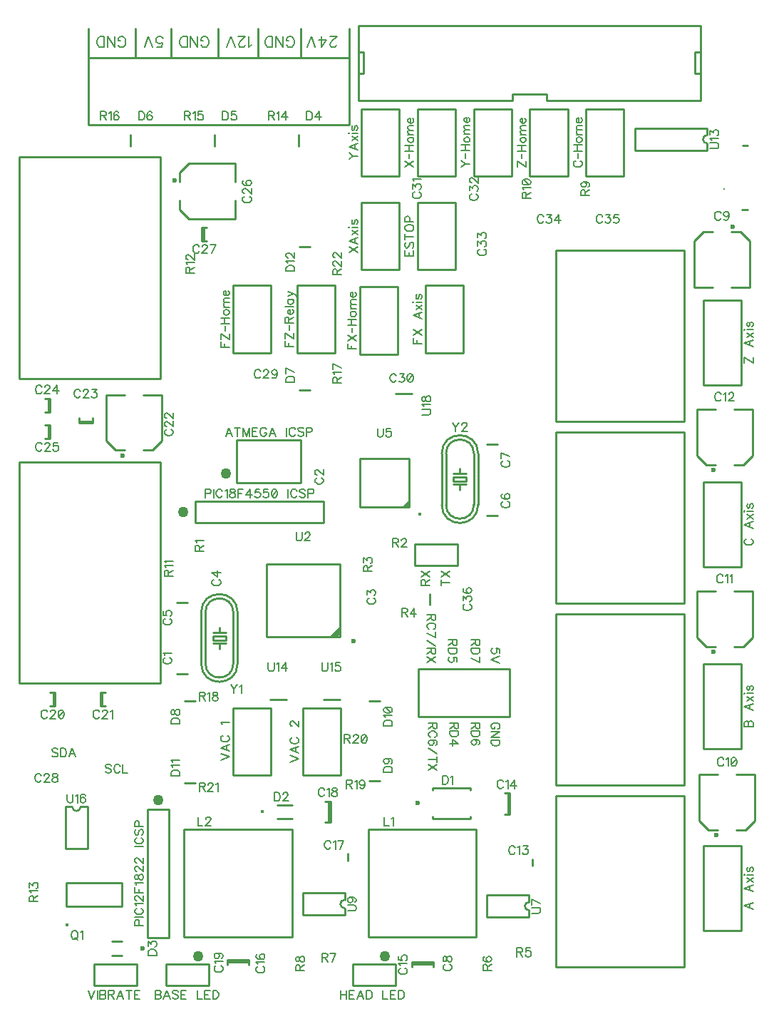
<source format=gbr>
G04 DipTrace Beta 2.3.5.2*
%INTopSilk.gbr*%
%MOMM*%
%ADD10C,0.25*%
%ADD13C,0.6*%
%ADD16C,0.4*%
%ADD21C,1.27*%
%ADD22O,0.3X0.301*%
%ADD47O,0.391X0.392*%
%ADD52O,0.42X0.417*%
%ADD67C,0.157*%
%ADD69C,0.196*%
%FSLAX53Y53*%
G04*
G71*
G90*
G75*
G01*
%LNTopSilk*%
%LPD*%
X20970Y39907D2*
D10*
X19671D1*
Y48358D2*
X20970D1*
X57799Y58639D2*
X56500D1*
Y67090D2*
X57799D1*
X87755Y85780D2*
X85555D1*
X87755D2*
Y91279D1*
X86655Y92379D2*
X87755Y91279D1*
X86655Y92379D2*
X85555D1*
X83355Y85780D2*
X81155D1*
Y91279D1*
X82255Y92379D2*
X81155Y91279D1*
X83355Y92379D2*
X82255D1*
D13*
X85755Y92980D3*
X81790Y27927D2*
D10*
X83990D1*
X81790D2*
Y22427D1*
X82890Y21328D2*
X81790Y22427D1*
X82890Y21328D2*
X83990D1*
X86190Y27927D2*
X88390D1*
Y22427D1*
X87290Y21328D2*
X88390Y22427D1*
X86190Y21328D2*
X87290D1*
D13*
X83790Y20727D3*
X81472Y49675D2*
D10*
X83672D1*
X81472D2*
Y44176D1*
X82573Y43076D2*
X81472Y44176D1*
X82573Y43076D2*
X83672D1*
X85873Y49675D2*
X88072D1*
Y44176D1*
X86972Y43076D2*
X88072Y44176D1*
X85873Y43076D2*
X86972D1*
D13*
X83473Y42476D3*
X81472Y71265D2*
D10*
X83672D1*
X81472D2*
Y65766D1*
X82573Y64666D2*
X81472Y65766D1*
X82573Y64666D2*
X83672D1*
X85873Y71265D2*
X88072D1*
Y65766D1*
X86972Y64666D2*
X88072Y65766D1*
X85873Y64666D2*
X86972D1*
D13*
X83473Y64066D3*
X61909Y17863D2*
D10*
Y17063D1*
X59035Y25698D2*
Y23197D1*
X59224Y25698D2*
Y23197D1*
Y25698D2*
X58626D1*
X59224Y23197D2*
X58626D1*
X47645Y5440D2*
X50145D1*
X47645Y5629D2*
X50145D1*
X47645D2*
Y5031D1*
X50145Y5629D2*
Y5031D1*
X40001Y18497D2*
Y17697D1*
X37762Y24745D2*
Y22245D1*
X37952Y24745D2*
Y22245D1*
Y24745D2*
X37353D1*
X37952Y22245D2*
X37353D1*
X25738Y5695D2*
X28238D1*
X25738Y5884D2*
X28238D1*
X25738D2*
Y5286D1*
X28238Y5884D2*
Y5286D1*
X5060Y37629D2*
Y36031D1*
X5249Y37629D2*
Y36031D1*
Y37629D2*
X4651D1*
X5249Y36031D2*
X4651D1*
X10815D2*
Y37629D1*
X10626Y36031D2*
Y37629D1*
Y36031D2*
X11224D1*
X10626Y37629D2*
X11224D1*
X11305Y73012D2*
X13505D1*
X11305D2*
Y67512D1*
X12405Y66413D2*
X11305Y67512D1*
X12405Y66413D2*
X13505D1*
X15705Y73012D2*
X17905D1*
Y67512D1*
X16805Y66413D2*
X17905Y67512D1*
X15705Y66413D2*
X16805D1*
D13*
X13305Y65812D3*
X9689Y69870D2*
D10*
X8091D1*
X9689Y69681D2*
X8091D1*
X9689D2*
Y70279D1*
X8091Y69681D2*
Y70279D1*
X4425Y72554D2*
Y70956D1*
X4614Y72554D2*
Y70956D1*
Y72554D2*
X4016D1*
X4614Y70956D2*
X4016D1*
X4425Y69379D2*
Y67781D1*
X4614Y69379D2*
Y67781D1*
Y69379D2*
X4016D1*
X4614Y67781D2*
X4016D1*
X26657Y100455D2*
Y98255D1*
Y100455D2*
X21157D1*
X20058Y99355D2*
X21157Y100455D1*
X20058Y99355D2*
Y98255D1*
X26657Y96055D2*
Y93855D1*
X21157D1*
X20058Y94955D2*
X21157Y93855D1*
X20058Y96055D2*
Y94955D1*
D13*
X19457Y98455D3*
X22880Y91276D2*
D10*
Y92874D1*
X22691Y91276D2*
Y92874D1*
Y91276D2*
X23289D1*
X22691Y92874D2*
X23289D1*
X49755Y48092D2*
Y49391D1*
X26410Y78010D2*
X30910D1*
Y86010D1*
X26410D1*
Y78010D1*
X49270D2*
X53770D1*
Y86010D1*
X49270D1*
Y78010D1*
X34030D2*
X38530D1*
Y86010D1*
X34030D1*
Y78010D1*
X45980Y85820D2*
X41480D1*
Y77820D1*
X45980D1*
Y85820D1*
X26410Y27845D2*
X30910D1*
Y35845D1*
X26410D1*
Y27845D1*
X34665D2*
X39165D1*
Y35845D1*
X34665D1*
Y27845D1*
X50115Y26310D2*
X54615D1*
X50115Y22710D2*
X54615D1*
Y26310D2*
Y26060D1*
X50115Y26310D2*
Y26060D1*
X54615Y22960D2*
Y22710D1*
X50115Y22960D2*
Y22710D1*
D13*
X48290Y24510D3*
X31597Y24295D2*
D10*
X33398D1*
X31597Y22695D2*
X33398D1*
D16*
X29847Y23495D3*
X13188Y6452D2*
D10*
X11988D1*
X13188Y8152D2*
X11988D1*
D13*
X15638Y7302D3*
X34196Y102549D2*
D10*
Y103848D1*
X24193Y102549D2*
Y103848D1*
X14196Y102549D2*
Y103848D1*
X35575Y73562D2*
X34276D1*
X20624Y36610D2*
X21922D1*
X43829Y27207D2*
X42530D1*
Y36610D2*
X43829D1*
X21922Y26890D2*
X20623D1*
X34276Y90585D2*
X35575D1*
X48317Y87853D2*
X52817D1*
Y95853D1*
X48317D1*
Y87853D1*
X55295Y8585D2*
X42495D1*
Y21385D1*
X55295D1*
Y8585D1*
X33388D2*
X20588D1*
Y21385D1*
X33388D1*
Y8585D1*
X40640Y5398D2*
Y2858D1*
X45720Y5398D2*
X40640D1*
X45720D2*
Y2858D1*
X40640D1*
X18415Y5397D2*
Y2858D1*
X23495Y5397D2*
X18415D1*
X23495D2*
Y2858D1*
X18415D1*
X9842Y5397D2*
Y2858D1*
X14922Y5397D2*
X9842D1*
X14922D2*
Y2858D1*
X9842D1*
X48317Y98965D2*
X52817D1*
Y106965D1*
X48317D1*
Y98965D1*
X54985D2*
X59485D1*
Y106965D1*
X54985D1*
Y98965D1*
X61653D2*
X66153D1*
Y106965D1*
X61653D1*
Y98965D1*
X68320D2*
X72820D1*
Y106965D1*
X68320D1*
Y98965D1*
X63627Y108715D2*
Y107950D1*
Y108715D2*
X59563D1*
Y107950D1*
X41275Y116840D2*
Y107950D1*
X81915Y116840D2*
X41275D1*
X81915D2*
Y107950D1*
X63627D1*
X59563D2*
X41275D1*
X41925Y113666D2*
X41275D1*
X41925D2*
Y111124D1*
X41275D1*
X81915Y113666D2*
X81265D1*
Y111124D1*
X81915D2*
X81265D1*
D47*
X6646Y10028D3*
X6620Y12295D2*
D10*
X13220D1*
X6620Y15095D2*
X13220D1*
Y12295D2*
Y15095D1*
X6620Y12295D2*
Y15095D1*
X82290Y74200D2*
X86790D1*
Y84200D1*
X82290D1*
Y74200D1*
X39084Y44244D2*
X30386D1*
Y52942D1*
X39084D1*
Y44244D1*
D13*
X40735Y43793D3*
G36*
X39065Y44283D2*
X38116Y44303D1*
X39065Y44283D1*
G37*
G36*
X38935Y44193D2*
X37735D1*
X39135Y45593D1*
X38935Y44193D1*
G37*
X64770Y25400D2*
D10*
X80010D1*
Y5080D1*
X64770D1*
Y25400D1*
X21908Y57785D2*
X37148D1*
X21908Y60325D2*
X37148D1*
X21908Y57785D2*
Y60325D1*
X37148Y57785D2*
Y60325D1*
X47277Y59640D2*
X41477D1*
Y65440D1*
X47277D1*
Y59640D1*
D52*
X48589Y58849D3*
G36*
X47277Y59640D2*
Y60440D1*
X46477Y59640D1*
X47277D1*
G37*
X29580Y62547D2*
D10*
X34449D1*
X26829D2*
X34449D1*
X26829Y67627D2*
X34449D1*
X26829Y62547D2*
Y67627D1*
X34449Y62547D2*
Y67627D1*
X61555Y13585D2*
X56555D1*
X61555Y10985D2*
X56555D1*
Y13585D2*
Y10985D1*
X61555Y12785D2*
Y13585D1*
Y11785D2*
Y10985D1*
Y12785D2*
G03X61555Y11785I0J-500D01*
G01*
X1020Y38735D2*
X17780D1*
Y65025D1*
X1020D1*
Y38735D1*
X39647Y13840D2*
X34647D1*
X39647Y11240D2*
X34647D1*
Y13840D2*
Y11240D1*
X39647Y13040D2*
Y13840D1*
Y12040D2*
Y11240D1*
Y13040D2*
G03X39647Y12040I0J-500D01*
G01*
X1020Y74930D2*
X17780D1*
Y101220D1*
X1020D1*
Y74930D1*
X47942Y55245D2*
Y52705D1*
X53023Y55245D2*
X47942D1*
X53023D2*
Y52705D1*
X47942D1*
X40208Y113030D2*
X9208D1*
Y105030D1*
X40208D1*
Y113030D1*
X40164D2*
Y116523D1*
X34448Y113030D2*
Y116523D1*
X29370Y113030D2*
Y116523D1*
X24605Y113030D2*
Y116523D1*
X19050Y113030D2*
Y116523D1*
X14763Y113030D2*
Y116523D1*
X9208Y113030D2*
Y116523D1*
X82722Y104645D2*
X74122D1*
X82722Y102045D2*
X74122D1*
Y104645D2*
Y102045D1*
X82722Y104645D2*
Y103845D1*
Y102845D2*
Y102045D1*
Y103845D2*
G03X82722Y102845I0J-500D01*
G01*
X30798Y36835D2*
X32702D1*
X37148D2*
X39052D1*
X6480Y24090D2*
Y19090D1*
X9080Y24090D2*
Y19090D1*
X6480D2*
X9080D1*
X7280Y24090D2*
X6480D1*
X8280D2*
X9080D1*
X7280D2*
G03X8280Y24090I500J0D01*
G01*
X16193Y23813D2*
Y8573D1*
X18733Y23813D2*
Y8573D1*
X16193Y23813D2*
X18733D1*
X16193Y8573D2*
X18733D1*
X47625Y73179D2*
X45720D1*
X59214Y40481D2*
X48419D1*
Y34767D1*
X59214D1*
Y40481D1*
X64770Y90170D2*
X80010D1*
Y69850D1*
X64770D1*
Y90170D1*
X82290Y9430D2*
X86790D1*
Y19430D1*
X82290D1*
Y9430D1*
X64770Y46990D2*
X80010D1*
Y26670D1*
X64770D1*
Y46990D1*
X82290Y31020D2*
X86790D1*
Y41020D1*
X82290D1*
Y31020D1*
X64770Y68580D2*
X80010D1*
Y48260D1*
X64770D1*
Y68580D1*
X82290Y52610D2*
X86790D1*
Y62610D1*
X82290D1*
Y52610D1*
X41650Y87853D2*
X46150D1*
Y95853D1*
X41650D1*
Y87853D1*
X22606Y47181D2*
Y41085D1*
X26924Y47181D2*
Y41085D1*
X23114Y47181D2*
Y41085D1*
X26416D2*
Y47181D1*
X25527Y44387D2*
Y43879D1*
X24003D1*
Y44387D1*
X25527D1*
Y43498D2*
X24765D1*
X24003D1*
X25527Y44768D2*
X24765D1*
X24003D1*
X24765Y43498D2*
Y42862D1*
Y44768D2*
Y45404D1*
X26924Y47181D2*
G03X22606Y47181I-2159J0D01*
G01*
Y41085D2*
G03X26924Y41085I2159J0D01*
G01*
X26416Y47181D2*
G03X23114Y47181I-1651J-1D01*
G01*
Y41085D2*
G03X26416Y41085I1651J1D01*
G01*
X51181Y66040D2*
Y59944D1*
X55499Y66040D2*
Y59944D1*
X51689Y66040D2*
Y59944D1*
X54991D2*
Y66040D1*
X54102Y63246D2*
Y62738D1*
X52578D1*
Y63246D1*
X54102D1*
Y62357D2*
X53340D1*
X52578D1*
X54102Y63627D2*
X53340D1*
X52578D1*
X53340Y62357D2*
Y61721D1*
Y63627D2*
Y64263D1*
X55499Y66040D2*
G03X51181Y66040I-2159J0D01*
G01*
Y59944D2*
G03X55499Y59944I2159J0D01*
G01*
X54991Y66040D2*
G03X51689Y66040I-1651J-1D01*
G01*
Y59944D2*
G03X54991Y59944I1651J1D01*
G01*
X41650Y98965D2*
X46150D1*
Y106965D1*
X41650D1*
Y98965D1*
D21*
X20479Y59055D3*
X25559Y63659D3*
X17463Y24924D3*
X22225Y6350D3*
X44450D3*
D22*
X84750Y97473D3*
X86850Y94972D2*
D10*
X87550D1*
X86950Y102573D2*
X87550D1*
X18325Y41793D2*
D67*
X18228Y41745D1*
X18130Y41647D1*
X18082Y41550D1*
Y41356D1*
X18130Y41258D1*
X18228Y41162D1*
X18325Y41112D1*
X18471Y41064D1*
X18714D1*
X18859Y41112D1*
X18957Y41162D1*
X19054Y41258D1*
X19103Y41356D1*
Y41550D1*
X19054Y41647D1*
X18957Y41745D1*
X18859Y41793D1*
X18278Y42107D2*
X18228Y42204D1*
X18083Y42350D1*
X19103D1*
X36355Y63152D2*
X36258Y63104D1*
X36160Y63006D1*
X36112Y62910D1*
Y62715D1*
X36160Y62618D1*
X36258Y62521D1*
X36355Y62472D1*
X36501Y62423D1*
X36744D1*
X36889Y62472D1*
X36987Y62521D1*
X37084Y62618D1*
X37133Y62715D1*
Y62910D1*
X37084Y63006D1*
X36987Y63104D1*
X36889Y63152D1*
X36356Y63515D2*
X36308D1*
X36210Y63564D1*
X36162Y63612D1*
X36113Y63710D1*
Y63904D1*
X36162Y64001D1*
X36210Y64049D1*
X36308Y64098D1*
X36404D1*
X36502Y64049D1*
X36647Y63952D1*
X37133Y63466D1*
Y64147D1*
X42546Y48865D2*
X42449Y48816D1*
X42352Y48719D1*
X42303Y48622D1*
Y48428D1*
X42352Y48330D1*
X42449Y48234D1*
X42546Y48184D1*
X42692Y48136D1*
X42936D1*
X43081Y48184D1*
X43178Y48234D1*
X43275Y48330D1*
X43324Y48428D1*
Y48622D1*
X43275Y48719D1*
X43178Y48816D1*
X43081Y48865D1*
X42304Y49276D2*
Y49810D1*
X42693Y49519D1*
Y49665D1*
X42741Y49761D1*
X42790Y49810D1*
X42936Y49859D1*
X43032D1*
X43178Y49810D1*
X43276Y49713D1*
X43324Y49567D1*
Y49421D1*
X43276Y49276D1*
X43227Y49228D1*
X43130Y49179D1*
X24131Y51063D2*
X24034Y51015D1*
X23937Y50917D1*
X23888Y50821D1*
Y50626D1*
X23937Y50529D1*
X24034Y50432D1*
X24131Y50383D1*
X24277Y50334D1*
X24521D1*
X24666Y50383D1*
X24763Y50432D1*
X24860Y50529D1*
X24909Y50626D1*
Y50821D1*
X24860Y50917D1*
X24763Y51015D1*
X24666Y51063D1*
X24909Y51863D2*
X23889D1*
X24569Y51377D1*
Y52106D1*
X18325Y46425D2*
X18228Y46377D1*
X18130Y46279D1*
X18082Y46182D1*
Y45988D1*
X18130Y45890D1*
X18228Y45794D1*
X18325Y45744D1*
X18471Y45696D1*
X18714D1*
X18859Y45744D1*
X18957Y45794D1*
X19054Y45890D1*
X19103Y45988D1*
Y46182D1*
X19054Y46279D1*
X18957Y46377D1*
X18859Y46425D1*
X18083Y47322D2*
Y46836D1*
X18520Y46788D1*
X18472Y46836D1*
X18422Y46982D1*
Y47127D1*
X18472Y47273D1*
X18568Y47371D1*
X18714Y47419D1*
X18811D1*
X18957Y47371D1*
X19055Y47273D1*
X19103Y47127D1*
Y46982D1*
X19055Y46836D1*
X19005Y46788D1*
X18909Y46739D1*
X58487Y60332D2*
X58391Y60283D1*
X58293Y60186D1*
X58245Y60089D1*
Y59895D1*
X58293Y59797D1*
X58391Y59701D1*
X58487Y59651D1*
X58633Y59603D1*
X58877D1*
X59022Y59651D1*
X59119Y59701D1*
X59216Y59797D1*
X59265Y59895D1*
Y60089D1*
X59216Y60186D1*
X59119Y60283D1*
X59022Y60332D1*
X58391Y61228D2*
X58294Y61180D1*
X58246Y61034D1*
Y60937D1*
X58294Y60791D1*
X58440Y60694D1*
X58683Y60645D1*
X58925D1*
X59119Y60694D1*
X59217Y60791D1*
X59265Y60937D1*
Y60986D1*
X59217Y61131D1*
X59119Y61228D1*
X58973Y61277D1*
X58925D1*
X58779Y61228D1*
X58683Y61131D1*
X58634Y60986D1*
Y60937D1*
X58683Y60791D1*
X58779Y60694D1*
X58925Y60645D1*
X58487Y65157D2*
X58391Y65109D1*
X58293Y65011D1*
X58245Y64915D1*
Y64720D1*
X58293Y64623D1*
X58391Y64526D1*
X58487Y64477D1*
X58633Y64428D1*
X58877D1*
X59022Y64477D1*
X59119Y64526D1*
X59216Y64623D1*
X59265Y64720D1*
Y64915D1*
X59216Y65011D1*
X59119Y65109D1*
X59022Y65157D1*
X59265Y65665D2*
X58246Y66152D1*
Y65471D1*
X51595Y5368D2*
X51498Y5320D1*
X51400Y5222D1*
X51352Y5125D1*
Y4931D1*
X51400Y4833D1*
X51498Y4737D1*
X51595Y4687D1*
X51741Y4639D1*
X51984D1*
X52129Y4687D1*
X52227Y4737D1*
X52324Y4833D1*
X52373Y4931D1*
Y5125D1*
X52324Y5222D1*
X52227Y5320D1*
X52129Y5368D1*
X51353Y5924D2*
X51402Y5779D1*
X51498Y5730D1*
X51596D1*
X51692Y5779D1*
X51742Y5876D1*
X51790Y6070D1*
X51838Y6216D1*
X51936Y6313D1*
X52033Y6361D1*
X52179D1*
X52275Y6313D1*
X52325Y6264D1*
X52373Y6118D1*
Y5924D1*
X52325Y5779D1*
X52275Y5730D1*
X52179Y5682D1*
X52033D1*
X51936Y5730D1*
X51838Y5828D1*
X51790Y5972D1*
X51742Y6167D1*
X51692Y6264D1*
X51596Y6313D1*
X51498D1*
X51402Y6264D1*
X51353Y6118D1*
Y5924D1*
X84346Y94525D2*
X84298Y94621D1*
X84200Y94719D1*
X84104Y94767D1*
X83910D1*
X83812Y94719D1*
X83715Y94621D1*
X83666Y94525D1*
X83618Y94379D1*
Y94135D1*
X83666Y93990D1*
X83715Y93893D1*
X83812Y93796D1*
X83910Y93747D1*
X84104D1*
X84200Y93796D1*
X84298Y93893D1*
X84346Y93990D1*
X85292Y94427D2*
X85243Y94281D1*
X85146Y94183D1*
X85000Y94135D1*
X84952D1*
X84806Y94183D1*
X84710Y94281D1*
X84660Y94427D1*
Y94475D1*
X84710Y94621D1*
X84806Y94718D1*
X84952Y94766D1*
X85000D1*
X85146Y94718D1*
X85243Y94621D1*
X85292Y94427D1*
Y94183D1*
X85243Y93941D1*
X85146Y93795D1*
X85000Y93747D1*
X84904D1*
X84758Y93795D1*
X84710Y93893D1*
X84679Y29699D2*
X84630Y29796D1*
X84533Y29894D1*
X84436Y29942D1*
X84242D1*
X84144Y29894D1*
X84047Y29796D1*
X83998Y29699D1*
X83950Y29553D1*
Y29310D1*
X83998Y29165D1*
X84047Y29067D1*
X84144Y28970D1*
X84242Y28921D1*
X84436D1*
X84533Y28970D1*
X84630Y29067D1*
X84679Y29165D1*
X84992Y29746D2*
X85090Y29796D1*
X85236Y29941D1*
Y28921D1*
X85842Y29941D2*
X85696Y29892D1*
X85598Y29746D1*
X85550Y29504D1*
Y29358D1*
X85598Y29115D1*
X85696Y28969D1*
X85842Y28921D1*
X85938D1*
X86084Y28969D1*
X86181Y29115D1*
X86230Y29358D1*
Y29504D1*
X86181Y29746D1*
X86084Y29892D1*
X85938Y29941D1*
X85842D1*
X86181Y29746D2*
X85598Y29115D1*
X84580Y51448D2*
X84531Y51545D1*
X84434Y51642D1*
X84337Y51691D1*
X84143D1*
X84045Y51642D1*
X83948Y51545D1*
X83899Y51448D1*
X83851Y51302D1*
Y51058D1*
X83899Y50913D1*
X83948Y50816D1*
X84045Y50719D1*
X84143Y50670D1*
X84337D1*
X84434Y50719D1*
X84531Y50816D1*
X84580Y50913D1*
X84893Y51495D2*
X84991Y51545D1*
X85137Y51690D1*
Y50670D1*
X85451Y51495D2*
X85548Y51545D1*
X85694Y51690D1*
Y50670D1*
X84361Y73038D2*
X84313Y73135D1*
X84215Y73232D1*
X84118Y73281D1*
X83924D1*
X83826Y73232D1*
X83730Y73135D1*
X83680Y73038D1*
X83632Y72892D1*
Y72648D1*
X83680Y72503D1*
X83730Y72406D1*
X83826Y72309D1*
X83924Y72260D1*
X84118D1*
X84215Y72309D1*
X84313Y72406D1*
X84361Y72503D1*
X84675Y73085D2*
X84772Y73135D1*
X84919Y73280D1*
Y72260D1*
X85282Y73037D2*
Y73085D1*
X85330Y73183D1*
X85378Y73231D1*
X85476Y73280D1*
X85670D1*
X85767Y73231D1*
X85815Y73183D1*
X85865Y73085D1*
Y72989D1*
X85815Y72891D1*
X85719Y72746D1*
X85232Y72260D1*
X85913D1*
X59898Y19208D2*
X59850Y19304D1*
X59752Y19402D1*
X59655Y19450D1*
X59461D1*
X59363Y19402D1*
X59267Y19304D1*
X59217Y19208D1*
X59169Y19062D1*
Y18818D1*
X59217Y18673D1*
X59267Y18576D1*
X59363Y18479D1*
X59461Y18430D1*
X59655D1*
X59752Y18479D1*
X59850Y18576D1*
X59898Y18673D1*
X60212Y19255D2*
X60309Y19304D1*
X60455Y19449D1*
Y18430D1*
X60867Y19449D2*
X61400D1*
X61109Y19061D1*
X61255D1*
X61352Y19012D1*
X61400Y18964D1*
X61450Y18818D1*
Y18722D1*
X61400Y18576D1*
X61304Y18478D1*
X61158Y18430D1*
X61012D1*
X60867Y18478D1*
X60819Y18527D1*
X60769Y18624D1*
X58489Y27043D2*
X58441Y27139D1*
X58343Y27237D1*
X58247Y27285D1*
X58053D1*
X57955Y27237D1*
X57858Y27139D1*
X57809Y27043D1*
X57761Y26897D1*
Y26653D1*
X57809Y26508D1*
X57858Y26411D1*
X57955Y26314D1*
X58053Y26265D1*
X58247D1*
X58343Y26314D1*
X58441Y26411D1*
X58489Y26508D1*
X58803Y27090D2*
X58901Y27139D1*
X59047Y27284D1*
Y26265D1*
X59847D2*
Y27284D1*
X59361Y26605D1*
X60089D1*
X46300Y4919D2*
X46203Y4870D1*
X46105Y4773D1*
X46057Y4676D1*
Y4482D1*
X46105Y4384D1*
X46203Y4287D1*
X46300Y4238D1*
X46446Y4190D1*
X46689D1*
X46834Y4238D1*
X46932Y4287D1*
X47029Y4384D1*
X47078Y4482D1*
Y4676D1*
X47029Y4773D1*
X46932Y4870D1*
X46834Y4919D1*
X46253Y5232D2*
X46203Y5330D1*
X46058Y5476D1*
X47078D1*
X46058Y6373D2*
Y5887D1*
X46495Y5839D1*
X46447Y5887D1*
X46397Y6033D1*
Y6178D1*
X46447Y6324D1*
X46543Y6422D1*
X46689Y6470D1*
X46786D1*
X46932Y6422D1*
X47030Y6324D1*
X47078Y6178D1*
Y6033D1*
X47030Y5887D1*
X46980Y5839D1*
X46884Y5790D1*
X29370Y5113D2*
X29273Y5065D1*
X29175Y4967D1*
X29127Y4871D1*
Y4676D1*
X29175Y4579D1*
X29273Y4482D1*
X29370Y4433D1*
X29516Y4384D1*
X29759D1*
X29904Y4433D1*
X30002Y4482D1*
X30099Y4579D1*
X30148Y4676D1*
Y4871D1*
X30099Y4967D1*
X30002Y5065D1*
X29904Y5113D1*
X29323Y5427D2*
X29273Y5525D1*
X29128Y5671D1*
X30148D1*
X29273Y6567D2*
X29177Y6519D1*
X29128Y6373D1*
Y6276D1*
X29177Y6130D1*
X29323Y6033D1*
X29565Y5984D1*
X29808D1*
X30002Y6033D1*
X30100Y6130D1*
X30148Y6276D1*
Y6325D1*
X30100Y6470D1*
X30002Y6567D1*
X29856Y6616D1*
X29808D1*
X29662Y6567D1*
X29565Y6470D1*
X29517Y6325D1*
Y6276D1*
X29565Y6130D1*
X29662Y6033D1*
X29808Y5984D1*
X37990Y19842D2*
X37942Y19939D1*
X37844Y20037D1*
X37748Y20085D1*
X37553D1*
X37456Y20037D1*
X37359Y19939D1*
X37310Y19842D1*
X37261Y19696D1*
Y19453D1*
X37310Y19308D1*
X37359Y19210D1*
X37456Y19113D1*
X37553Y19064D1*
X37748D1*
X37844Y19113D1*
X37942Y19210D1*
X37990Y19308D1*
X38304Y19889D2*
X38402Y19939D1*
X38548Y20084D1*
Y19064D1*
X39056D2*
X39542Y20084D1*
X38862D1*
X37242Y26090D2*
X37193Y26187D1*
X37096Y26285D1*
X36999Y26333D1*
X36805D1*
X36707Y26285D1*
X36610Y26187D1*
X36561Y26090D1*
X36513Y25944D1*
Y25701D1*
X36561Y25556D1*
X36610Y25458D1*
X36707Y25361D1*
X36805Y25312D1*
X36999D1*
X37096Y25361D1*
X37193Y25458D1*
X37242Y25556D1*
X37555Y26137D2*
X37653Y26187D1*
X37799Y26332D1*
Y25312D1*
X38355Y26332D2*
X38210Y26283D1*
X38161Y26187D1*
Y26089D1*
X38210Y25993D1*
X38307Y25943D1*
X38501Y25895D1*
X38647Y25847D1*
X38744Y25749D1*
X38792Y25652D1*
Y25506D1*
X38744Y25410D1*
X38696Y25360D1*
X38550Y25312D1*
X38355D1*
X38210Y25360D1*
X38161Y25410D1*
X38113Y25506D1*
Y25652D1*
X38161Y25749D1*
X38259Y25847D1*
X38404Y25895D1*
X38598Y25943D1*
X38696Y25993D1*
X38744Y26089D1*
Y26187D1*
X38696Y26283D1*
X38550Y26332D1*
X38355D1*
X24393Y5198D2*
X24296Y5149D1*
X24198Y5052D1*
X24150Y4955D1*
Y4761D1*
X24198Y4663D1*
X24296Y4567D1*
X24393Y4517D1*
X24539Y4469D1*
X24782D1*
X24927Y4517D1*
X25025Y4567D1*
X25122Y4663D1*
X25171Y4761D1*
Y4955D1*
X25122Y5052D1*
X25025Y5149D1*
X24927Y5198D1*
X24346Y5511D2*
X24296Y5609D1*
X24151Y5755D1*
X25171D1*
X24490Y6701D2*
X24636Y6652D1*
X24734Y6555D1*
X24782Y6409D1*
Y6361D1*
X24734Y6215D1*
X24636Y6118D1*
X24490Y6069D1*
X24442D1*
X24296Y6118D1*
X24200Y6215D1*
X24151Y6361D1*
Y6409D1*
X24200Y6555D1*
X24296Y6652D1*
X24490Y6701D1*
X24734D1*
X24977Y6652D1*
X25123Y6555D1*
X25171Y6409D1*
Y6313D1*
X25123Y6167D1*
X25025Y6118D1*
X4320Y35343D2*
X4272Y35439D1*
X4174Y35537D1*
X4078Y35585D1*
X3883D1*
X3786Y35537D1*
X3689Y35439D1*
X3640Y35343D1*
X3591Y35197D1*
Y34953D1*
X3640Y34808D1*
X3689Y34711D1*
X3786Y34614D1*
X3883Y34565D1*
X4078D1*
X4174Y34614D1*
X4272Y34711D1*
X4320Y34808D1*
X4683Y35342D2*
Y35390D1*
X4732Y35488D1*
X4780Y35536D1*
X4878Y35584D1*
X5072D1*
X5168Y35536D1*
X5217Y35488D1*
X5266Y35390D1*
Y35293D1*
X5217Y35196D1*
X5120Y35051D1*
X4634Y34565D1*
X5314D1*
X5920Y35584D2*
X5774Y35536D1*
X5676Y35390D1*
X5628Y35147D1*
Y35001D1*
X5676Y34759D1*
X5774Y34613D1*
X5920Y34565D1*
X6017D1*
X6163Y34613D1*
X6259Y34759D1*
X6309Y35001D1*
Y35147D1*
X6259Y35390D1*
X6163Y35536D1*
X6017Y35584D1*
X5920D1*
X6259Y35390D2*
X5676Y34759D1*
X10514Y35343D2*
X10465Y35439D1*
X10368Y35537D1*
X10271Y35585D1*
X10077D1*
X9979Y35537D1*
X9882Y35439D1*
X9833Y35343D1*
X9785Y35197D1*
Y34953D1*
X9833Y34808D1*
X9882Y34711D1*
X9979Y34614D1*
X10077Y34565D1*
X10271D1*
X10368Y34614D1*
X10465Y34711D1*
X10514Y34808D1*
X10877Y35342D2*
Y35390D1*
X10925Y35488D1*
X10973Y35536D1*
X11071Y35584D1*
X11265D1*
X11362Y35536D1*
X11410Y35488D1*
X11460Y35390D1*
Y35293D1*
X11410Y35196D1*
X11314Y35051D1*
X10827Y34565D1*
X11508D1*
X11822Y35390D2*
X11919Y35439D1*
X12065Y35584D1*
Y34565D1*
X18492Y68896D2*
X18396Y68847D1*
X18298Y68750D1*
X18250Y68653D1*
Y68459D1*
X18298Y68361D1*
X18396Y68264D1*
X18492Y68215D1*
X18638Y68167D1*
X18882D1*
X19027Y68215D1*
X19124Y68264D1*
X19221Y68361D1*
X19270Y68459D1*
Y68653D1*
X19221Y68750D1*
X19124Y68847D1*
X19027Y68896D1*
X18493Y69259D2*
X18445D1*
X18347Y69307D1*
X18299Y69355D1*
X18251Y69453D1*
Y69647D1*
X18299Y69744D1*
X18347Y69792D1*
X18445Y69842D1*
X18542D1*
X18639Y69792D1*
X18784Y69696D1*
X19270Y69209D1*
Y69890D1*
X18493Y70253D2*
X18445D1*
X18347Y70301D1*
X18299Y70350D1*
X18251Y70447D1*
Y70642D1*
X18299Y70738D1*
X18347Y70787D1*
X18445Y70836D1*
X18542D1*
X18639Y70787D1*
X18784Y70690D1*
X19270Y70204D1*
Y70884D1*
X8260Y73425D2*
X8212Y73522D1*
X8114Y73620D1*
X8018Y73668D1*
X7823D1*
X7726Y73620D1*
X7629Y73522D1*
X7580Y73425D1*
X7531Y73279D1*
Y73036D1*
X7580Y72891D1*
X7629Y72793D1*
X7726Y72696D1*
X7823Y72647D1*
X8018D1*
X8114Y72696D1*
X8212Y72793D1*
X8260Y72891D1*
X8623Y73424D2*
Y73472D1*
X8672Y73570D1*
X8720Y73618D1*
X8818Y73667D1*
X9012D1*
X9108Y73618D1*
X9157Y73570D1*
X9206Y73472D1*
Y73376D1*
X9157Y73278D1*
X9060Y73133D1*
X8574Y72647D1*
X9254D1*
X9666Y73667D2*
X10199D1*
X9908Y73278D1*
X10054D1*
X10151Y73230D1*
X10199Y73182D1*
X10249Y73036D1*
Y72939D1*
X10199Y72793D1*
X10103Y72695D1*
X9957Y72647D1*
X9811D1*
X9666Y72695D1*
X9618Y72745D1*
X9568Y72841D1*
X3661Y73900D2*
X3613Y73997D1*
X3515Y74095D1*
X3418Y74143D1*
X3224D1*
X3126Y74095D1*
X3030Y73997D1*
X2980Y73900D1*
X2932Y73754D1*
Y73511D1*
X2980Y73366D1*
X3030Y73268D1*
X3126Y73171D1*
X3224Y73122D1*
X3418D1*
X3515Y73171D1*
X3613Y73268D1*
X3661Y73366D1*
X4024Y73899D2*
Y73947D1*
X4072Y74045D1*
X4121Y74093D1*
X4218Y74142D1*
X4413D1*
X4509Y74093D1*
X4558Y74045D1*
X4607Y73947D1*
Y73851D1*
X4558Y73753D1*
X4461Y73608D1*
X3975Y73122D1*
X4655D1*
X5455D2*
Y74142D1*
X4969Y73462D1*
X5698D1*
X3685Y67093D2*
X3637Y67189D1*
X3539Y67287D1*
X3443Y67335D1*
X3248D1*
X3151Y67287D1*
X3054Y67189D1*
X3005Y67093D1*
X2956Y66947D1*
Y66703D1*
X3005Y66558D1*
X3054Y66461D1*
X3151Y66364D1*
X3248Y66315D1*
X3443D1*
X3539Y66364D1*
X3637Y66461D1*
X3685Y66558D1*
X4048Y67092D2*
Y67140D1*
X4097Y67238D1*
X4145Y67286D1*
X4243Y67334D1*
X4437D1*
X4533Y67286D1*
X4582Y67238D1*
X4631Y67140D1*
Y67043D1*
X4582Y66946D1*
X4485Y66801D1*
X3999Y66315D1*
X4679D1*
X5576Y67334D2*
X5091D1*
X5043Y66897D1*
X5091Y66946D1*
X5237Y66995D1*
X5382D1*
X5528Y66946D1*
X5625Y66849D1*
X5674Y66703D1*
Y66607D1*
X5625Y66461D1*
X5528Y66363D1*
X5382Y66315D1*
X5237D1*
X5091Y66363D1*
X5043Y66412D1*
X4993Y66509D1*
X27771Y96550D2*
X27675Y96502D1*
X27577Y96404D1*
X27529Y96307D1*
Y96113D1*
X27577Y96015D1*
X27675Y95919D1*
X27771Y95869D1*
X27917Y95821D1*
X28161D1*
X28306Y95869D1*
X28403Y95919D1*
X28500Y96015D1*
X28549Y96113D1*
Y96307D1*
X28500Y96404D1*
X28403Y96502D1*
X28306Y96550D1*
X27772Y96913D2*
X27724D1*
X27626Y96961D1*
X27578Y97010D1*
X27530Y97107D1*
Y97302D1*
X27578Y97398D1*
X27626Y97446D1*
X27724Y97496D1*
X27821D1*
X27918Y97446D1*
X28063Y97350D1*
X28549Y96864D1*
Y97544D1*
X27675Y98441D2*
X27578Y98392D1*
X27530Y98246D1*
Y98150D1*
X27578Y98004D1*
X27724Y97906D1*
X27967Y97858D1*
X28209D1*
X28403Y97906D1*
X28501Y98004D1*
X28549Y98150D1*
Y98198D1*
X28501Y98343D1*
X28403Y98441D1*
X28257Y98489D1*
X28209D1*
X28063Y98441D1*
X27967Y98343D1*
X27918Y98198D1*
Y98150D1*
X27967Y98004D1*
X28063Y97906D1*
X28209Y97858D1*
X22360Y90588D2*
X22312Y90684D1*
X22214Y90782D1*
X22118Y90830D1*
X21923D1*
X21826Y90782D1*
X21729Y90684D1*
X21680Y90588D1*
X21631Y90442D1*
Y90198D1*
X21680Y90053D1*
X21729Y89956D1*
X21826Y89859D1*
X21923Y89810D1*
X22118D1*
X22214Y89859D1*
X22312Y89956D1*
X22360Y90053D1*
X22723Y90587D2*
Y90635D1*
X22772Y90733D1*
X22820Y90781D1*
X22918Y90829D1*
X23112D1*
X23208Y90781D1*
X23257Y90733D1*
X23306Y90635D1*
Y90538D1*
X23257Y90441D1*
X23160Y90296D1*
X22674Y89810D1*
X23354D1*
X23862D2*
X24349Y90829D1*
X23668D1*
X3601Y27780D2*
X3552Y27877D1*
X3455Y27975D1*
X3358Y28023D1*
X3164D1*
X3066Y27975D1*
X2970Y27877D1*
X2920Y27780D1*
X2872Y27634D1*
Y27391D1*
X2920Y27246D1*
X2970Y27148D1*
X3066Y27051D1*
X3164Y27002D1*
X3358D1*
X3455Y27051D1*
X3552Y27148D1*
X3601Y27246D1*
X3964Y27779D2*
Y27827D1*
X4012Y27925D1*
X4060Y27973D1*
X4158Y28022D1*
X4352D1*
X4449Y27973D1*
X4497Y27925D1*
X4547Y27827D1*
Y27731D1*
X4497Y27633D1*
X4401Y27488D1*
X3914Y27002D1*
X4595D1*
X5151Y28022D2*
X5006Y27973D1*
X4957Y27877D1*
Y27779D1*
X5006Y27683D1*
X5103Y27633D1*
X5297Y27585D1*
X5443Y27537D1*
X5540Y27439D1*
X5588Y27342D1*
Y27196D1*
X5540Y27100D1*
X5492Y27050D1*
X5346Y27002D1*
X5151D1*
X5006Y27050D1*
X4957Y27100D1*
X4909Y27196D1*
Y27342D1*
X4957Y27439D1*
X5055Y27537D1*
X5200Y27585D1*
X5394Y27633D1*
X5492Y27683D1*
X5540Y27779D1*
Y27877D1*
X5492Y27973D1*
X5346Y28022D1*
X5151D1*
X29659Y75748D2*
X29611Y75844D1*
X29513Y75942D1*
X29417Y75990D1*
X29222D1*
X29125Y75942D1*
X29028Y75844D1*
X28979Y75748D1*
X28930Y75602D1*
Y75358D1*
X28979Y75213D1*
X29028Y75116D1*
X29125Y75019D1*
X29222Y74970D1*
X29417D1*
X29513Y75019D1*
X29611Y75116D1*
X29659Y75213D1*
X30022Y75747D2*
Y75795D1*
X30071Y75893D1*
X30119Y75941D1*
X30217Y75989D1*
X30411D1*
X30508Y75941D1*
X30556Y75893D1*
X30605Y75795D1*
Y75698D1*
X30556Y75601D1*
X30459Y75456D1*
X29973Y74970D1*
X30654D1*
X31600Y75650D2*
X31550Y75504D1*
X31454Y75406D1*
X31308Y75358D1*
X31259D1*
X31113Y75406D1*
X31017Y75504D1*
X30967Y75650D1*
Y75698D1*
X31017Y75844D1*
X31113Y75941D1*
X31259Y75989D1*
X31308D1*
X31454Y75941D1*
X31550Y75844D1*
X31600Y75650D1*
Y75406D1*
X31550Y75164D1*
X31454Y75018D1*
X31308Y74970D1*
X31211D1*
X31065Y75018D1*
X31017Y75116D1*
X45781Y75272D2*
X45733Y75368D1*
X45635Y75466D1*
X45539Y75514D1*
X45344D1*
X45247Y75466D1*
X45150Y75368D1*
X45101Y75272D1*
X45052Y75126D1*
Y74882D1*
X45101Y74737D1*
X45150Y74639D1*
X45247Y74543D1*
X45344Y74493D1*
X45539D1*
X45635Y74543D1*
X45733Y74639D1*
X45781Y74737D1*
X46193Y75513D2*
X46726D1*
X46435Y75124D1*
X46581D1*
X46678Y75076D1*
X46726Y75028D1*
X46776Y74882D1*
Y74785D1*
X46726Y74639D1*
X46630Y74542D1*
X46484Y74493D1*
X46338D1*
X46193Y74542D1*
X46145Y74591D1*
X46095Y74688D1*
X47381Y75513D2*
X47235Y75465D1*
X47138Y75319D1*
X47089Y75076D1*
Y74930D1*
X47138Y74688D1*
X47235Y74542D1*
X47381Y74493D1*
X47478D1*
X47624Y74542D1*
X47721Y74688D1*
X47770Y74930D1*
Y75076D1*
X47721Y75319D1*
X47624Y75465D1*
X47478Y75513D1*
X47381D1*
X47721Y75319D2*
X47138Y74688D1*
X47940Y97061D2*
X47843Y97013D1*
X47745Y96915D1*
X47697Y96818D1*
Y96624D1*
X47745Y96526D1*
X47843Y96430D1*
X47940Y96380D1*
X48086Y96332D1*
X48329D1*
X48474Y96380D1*
X48572Y96430D1*
X48669Y96526D1*
X48718Y96624D1*
Y96818D1*
X48669Y96915D1*
X48572Y97013D1*
X48474Y97061D1*
X47698Y97473D2*
Y98006D1*
X48087Y97715D1*
Y97861D1*
X48135Y97958D1*
X48183Y98006D1*
X48329Y98055D1*
X48426D1*
X48572Y98006D1*
X48670Y97909D1*
X48718Y97763D1*
Y97617D1*
X48670Y97473D1*
X48620Y97424D1*
X48524Y97375D1*
X47893Y98369D2*
X47843Y98467D1*
X47698Y98613D1*
X48718D1*
X54720Y96843D2*
X54623Y96794D1*
X54525Y96697D1*
X54477Y96600D1*
Y96406D1*
X54525Y96308D1*
X54623Y96211D1*
X54720Y96162D1*
X54866Y96114D1*
X55109D1*
X55254Y96162D1*
X55352Y96211D1*
X55449Y96308D1*
X55498Y96406D1*
Y96600D1*
X55449Y96697D1*
X55352Y96794D1*
X55254Y96843D1*
X54478Y97254D2*
Y97788D1*
X54867Y97497D1*
Y97643D1*
X54915Y97739D1*
X54963Y97788D1*
X55109Y97837D1*
X55206D1*
X55352Y97788D1*
X55450Y97691D1*
X55498Y97545D1*
Y97399D1*
X55450Y97254D1*
X55400Y97206D1*
X55304Y97156D1*
X54721Y98200D2*
X54673D1*
X54575Y98248D1*
X54527Y98297D1*
X54478Y98394D1*
Y98589D1*
X54527Y98685D1*
X54575Y98734D1*
X54673Y98783D1*
X54769D1*
X54867Y98734D1*
X55012Y98637D1*
X55498Y98151D1*
Y98831D1*
X55697Y90277D2*
X55601Y90229D1*
X55503Y90131D1*
X55455Y90035D1*
Y89840D1*
X55503Y89743D1*
X55601Y89646D1*
X55697Y89597D1*
X55843Y89548D1*
X56087D1*
X56232Y89597D1*
X56329Y89646D1*
X56426Y89743D1*
X56475Y89840D1*
Y90035D1*
X56426Y90131D1*
X56329Y90229D1*
X56232Y90277D1*
X55456Y90689D2*
Y91222D1*
X55844Y90931D1*
Y91077D1*
X55893Y91174D1*
X55941Y91222D1*
X56087Y91271D1*
X56183D1*
X56329Y91222D1*
X56427Y91125D1*
X56475Y90979D1*
Y90833D1*
X56427Y90689D1*
X56378Y90640D1*
X56281Y90591D1*
X55456Y91683D2*
Y92216D1*
X55844Y91925D1*
Y92071D1*
X55893Y92168D1*
X55941Y92216D1*
X56087Y92266D1*
X56183D1*
X56329Y92216D1*
X56427Y92120D1*
X56475Y91974D1*
Y91828D1*
X56427Y91683D1*
X56378Y91635D1*
X56281Y91585D1*
X63266Y94163D2*
X63218Y94259D1*
X63120Y94357D1*
X63023Y94405D1*
X62829D1*
X62731Y94357D1*
X62635Y94259D1*
X62585Y94163D1*
X62537Y94017D1*
Y93773D1*
X62585Y93628D1*
X62635Y93531D1*
X62731Y93434D1*
X62829Y93385D1*
X63023D1*
X63120Y93434D1*
X63218Y93531D1*
X63266Y93628D1*
X63677Y94404D2*
X64211D1*
X63920Y94016D1*
X64066D1*
X64163Y93967D1*
X64211Y93919D1*
X64260Y93773D1*
Y93677D1*
X64211Y93531D1*
X64114Y93433D1*
X63968Y93385D1*
X63822D1*
X63677Y93433D1*
X63629Y93482D1*
X63580Y93579D1*
X65060Y93385D2*
Y94404D1*
X64574Y93725D1*
X65303D1*
X70275Y94163D2*
X70227Y94259D1*
X70129Y94357D1*
X70033Y94405D1*
X69838D1*
X69741Y94357D1*
X69644Y94259D1*
X69595Y94163D1*
X69546Y94017D1*
Y93773D1*
X69595Y93628D1*
X69644Y93531D1*
X69741Y93434D1*
X69838Y93385D1*
X70033D1*
X70129Y93434D1*
X70227Y93531D1*
X70275Y93628D1*
X70687Y94404D2*
X71220D1*
X70929Y94016D1*
X71075D1*
X71172Y93967D1*
X71220Y93919D1*
X71269Y93773D1*
Y93677D1*
X71220Y93531D1*
X71123Y93433D1*
X70977Y93385D1*
X70831D1*
X70687Y93433D1*
X70638Y93482D1*
X70589Y93579D1*
X72166Y94404D2*
X71681D1*
X71633Y93967D1*
X71681Y94016D1*
X71827Y94065D1*
X71972D1*
X72118Y94016D1*
X72215Y93919D1*
X72264Y93773D1*
Y93677D1*
X72215Y93531D1*
X72118Y93433D1*
X71972Y93385D1*
X71827D1*
X71681Y93433D1*
X71633Y93482D1*
X71583Y93579D1*
X53943Y48136D2*
X53846Y48088D1*
X53748Y47990D1*
X53700Y47894D1*
Y47699D1*
X53748Y47602D1*
X53846Y47505D1*
X53943Y47456D1*
X54089Y47407D1*
X54332D1*
X54477Y47456D1*
X54575Y47505D1*
X54671Y47602D1*
X54721Y47699D1*
Y47894D1*
X54671Y47990D1*
X54575Y48088D1*
X54477Y48136D1*
X53701Y48548D2*
Y49081D1*
X54090Y48790D1*
Y48936D1*
X54138Y49033D1*
X54186Y49081D1*
X54332Y49131D1*
X54429D1*
X54575Y49081D1*
X54673Y48985D1*
X54721Y48839D1*
Y48693D1*
X54673Y48548D1*
X54623Y48499D1*
X54527Y48450D1*
X53846Y50027D2*
X53749Y49979D1*
X53701Y49833D1*
Y49736D1*
X53749Y49590D1*
X53895Y49493D1*
X54138Y49444D1*
X54381D1*
X54575Y49493D1*
X54673Y49590D1*
X54721Y49736D1*
Y49785D1*
X54673Y49929D1*
X54575Y50027D1*
X54429Y50075D1*
X54381D1*
X54235Y50027D1*
X54138Y49929D1*
X54090Y49785D1*
Y49736D1*
X54138Y49590D1*
X54235Y49493D1*
X54381Y49444D1*
X24922Y79281D2*
Y78649D1*
X25943D1*
X25408D2*
Y79037D1*
X24922Y79595D2*
Y80275D1*
X25943Y79595D1*
Y80275D1*
X25433Y80589D2*
Y81150D1*
X24922Y81464D2*
X25943D1*
X24922Y82145D2*
X25943D1*
X25408Y81464D2*
Y82145D1*
X25262Y82701D2*
X25311Y82604D1*
X25408Y82507D1*
X25554Y82458D1*
X25651D1*
X25797Y82507D1*
X25894Y82604D1*
X25943Y82701D1*
Y82847D1*
X25894Y82945D1*
X25797Y83041D1*
X25651Y83091D1*
X25554D1*
X25408Y83041D1*
X25311Y82945D1*
X25262Y82847D1*
Y82701D1*
Y83405D2*
X25943D1*
X25457D2*
X25311Y83551D1*
X25262Y83648D1*
Y83793D1*
X25311Y83891D1*
X25457Y83939D1*
X25943D1*
X25457D2*
X25311Y84085D1*
X25262Y84183D1*
Y84328D1*
X25311Y84425D1*
X25457Y84475D1*
X25943D1*
X25554Y84789D2*
Y85371D1*
X25457D1*
X25359Y85323D1*
X25311Y85275D1*
X25262Y85177D1*
Y85031D1*
X25311Y84935D1*
X25408Y84837D1*
X25554Y84789D1*
X25651D1*
X25797Y84837D1*
X25894Y84935D1*
X25943Y85031D1*
Y85177D1*
X25894Y85275D1*
X25797Y85371D1*
X47782Y79735D2*
Y79103D1*
X48803D1*
X48268D2*
Y79491D1*
X47782Y80049D2*
X48803Y80729D1*
X47782D2*
X48803Y80049D1*
Y82809D2*
X47782Y82419D1*
X48803Y82031D1*
X48463Y82177D2*
Y82663D1*
X48122Y83123D2*
X48803Y83657D1*
X48122D2*
X48803Y83123D1*
X47782Y83971D2*
X47830Y84019D1*
X47782Y84069D1*
X47733Y84019D1*
X47782Y83971D1*
X48122Y84019D2*
X48803D1*
X48268Y84917D2*
X48171Y84869D1*
X48122Y84723D1*
Y84577D1*
X48171Y84431D1*
X48268Y84383D1*
X48365Y84431D1*
X48414Y84529D1*
X48463Y84771D1*
X48511Y84869D1*
X48609Y84917D1*
X48657D1*
X48754Y84869D1*
X48803Y84723D1*
Y84577D1*
X48754Y84431D1*
X48657Y84383D1*
X32542Y79368D2*
Y78735D1*
X33563D1*
X33028D2*
Y79124D1*
X32542Y79681D2*
Y80362D1*
X33563Y79681D1*
Y80362D1*
X33053Y80676D2*
Y81237D1*
X33028Y81551D2*
Y81988D1*
X32979Y82134D1*
X32931Y82183D1*
X32834Y82232D1*
X32736D1*
X32640Y82183D1*
X32590Y82134D1*
X32542Y81988D1*
Y81551D1*
X33563D1*
X33028Y81891D2*
X33563Y82232D1*
X33174Y82545D2*
Y83128D1*
X33077D1*
X32979Y83080D1*
X32931Y83032D1*
X32882Y82934D1*
Y82788D1*
X32931Y82691D1*
X33028Y82594D1*
X33174Y82545D1*
X33271D1*
X33417Y82594D1*
X33514Y82691D1*
X33563Y82788D1*
Y82934D1*
X33514Y83032D1*
X33417Y83128D1*
X32542Y83442D2*
X33563D1*
X32882Y84339D2*
X33563D1*
X33028D2*
X32931Y84242D1*
X32882Y84144D1*
Y83999D1*
X32931Y83902D1*
X33028Y83805D1*
X33174Y83756D1*
X33271D1*
X33417Y83805D1*
X33514Y83902D1*
X33563Y83999D1*
Y84144D1*
X33514Y84242D1*
X33417Y84339D1*
X32882Y84702D2*
X33563Y84993D1*
X33757Y84896D1*
X33855Y84798D1*
X33903Y84702D1*
Y84652D1*
X32882Y85285D2*
X33563Y84993D1*
X39992Y79091D2*
Y78459D1*
X41013D1*
X40478D2*
Y78847D1*
X39992Y79405D2*
X41013Y80085D1*
X39992D2*
X41013Y79405D1*
X40503Y80399D2*
Y80960D1*
X39992Y81274D2*
X41013D1*
X39992Y81955D2*
X41013D1*
X40478Y81274D2*
Y81955D1*
X40332Y82511D2*
X40381Y82414D1*
X40478Y82317D1*
X40624Y82268D1*
X40721D1*
X40867Y82317D1*
X40964Y82414D1*
X41013Y82511D1*
Y82657D1*
X40964Y82755D1*
X40867Y82851D1*
X40721Y82901D1*
X40624D1*
X40478Y82851D1*
X40381Y82755D1*
X40332Y82657D1*
Y82511D1*
Y83215D2*
X41013D1*
X40527D2*
X40381Y83361D1*
X40332Y83458D1*
Y83603D1*
X40381Y83701D1*
X40527Y83749D1*
X41013D1*
X40527D2*
X40381Y83895D1*
X40332Y83993D1*
Y84138D1*
X40381Y84235D1*
X40527Y84285D1*
X41013D1*
X40624Y84599D2*
Y85181D1*
X40527D1*
X40429Y85133D1*
X40381Y85085D1*
X40332Y84987D1*
Y84841D1*
X40381Y84745D1*
X40478Y84647D1*
X40624Y84599D1*
X40721D1*
X40867Y84647D1*
X40964Y84745D1*
X41013Y84841D1*
Y84987D1*
X40964Y85085D1*
X40867Y85181D1*
X24922Y29617D2*
X25943Y30005D1*
X24922Y30394D1*
X25943Y31486D2*
X24922Y31096D1*
X25943Y30707D1*
X25603Y30853D2*
Y31340D1*
X25165Y32528D2*
X25068Y32480D1*
X24970Y32382D1*
X24922Y32286D1*
Y32092D1*
X24970Y31994D1*
X25068Y31897D1*
X25165Y31848D1*
X25311Y31800D1*
X25554D1*
X25699Y31848D1*
X25797Y31897D1*
X25894Y31994D1*
X25943Y32092D1*
Y32286D1*
X25894Y32382D1*
X25797Y32480D1*
X25699Y32528D1*
X25118Y33830D2*
X25068Y33927D1*
X24923Y34073D1*
X25943D1*
X33177Y29398D2*
X34198Y29787D1*
X33177Y30175D1*
X34198Y31267D2*
X33177Y30878D1*
X34198Y30489D1*
X33858Y30635D2*
Y31121D1*
X33420Y32310D2*
X33323Y32262D1*
X33225Y32164D1*
X33177Y32067D1*
Y31873D1*
X33225Y31775D1*
X33323Y31679D1*
X33420Y31629D1*
X33566Y31581D1*
X33809D1*
X33954Y31629D1*
X34052Y31679D1*
X34149Y31775D1*
X34198Y31873D1*
Y32067D1*
X34149Y32164D1*
X34052Y32262D1*
X33954Y32310D1*
X33421Y33661D2*
X33373D1*
X33275Y33709D1*
X33227Y33757D1*
X33178Y33855D1*
Y34049D1*
X33227Y34146D1*
X33275Y34194D1*
X33373Y34244D1*
X33469D1*
X33567Y34194D1*
X33712Y34098D1*
X34198Y33611D1*
Y34292D1*
X51258Y27798D2*
Y26777D1*
X51599D1*
X51745Y26827D1*
X51842Y26923D1*
X51891Y27021D1*
X51939Y27166D1*
Y27409D1*
X51891Y27555D1*
X51842Y27652D1*
X51745Y27750D1*
X51599Y27798D1*
X51258D1*
X52253Y27603D2*
X52351Y27652D1*
X52497Y27797D1*
Y26777D1*
X31285Y25783D2*
Y24762D1*
X31625D1*
X31771Y24811D1*
X31869Y24908D1*
X31917Y25006D1*
X31966Y25151D1*
Y25394D1*
X31917Y25540D1*
X31869Y25637D1*
X31771Y25735D1*
X31625Y25783D1*
X31285D1*
X32329Y25539D2*
Y25588D1*
X32377Y25685D1*
X32425Y25734D1*
X32523Y25782D1*
X32717D1*
X32814Y25734D1*
X32862Y25685D1*
X32912Y25588D1*
Y25491D1*
X32862Y25393D1*
X32766Y25248D1*
X32279Y24762D1*
X32960D1*
X16283Y6465D2*
X17303D1*
Y6805D1*
X17254Y6951D1*
X17157Y7049D1*
X17060Y7097D1*
X16915Y7145D1*
X16671D1*
X16525Y7097D1*
X16429Y7049D1*
X16331Y6951D1*
X16283Y6805D1*
Y6465D1*
X16284Y7557D2*
Y8090D1*
X16672Y7799D1*
Y7945D1*
X16721Y8042D1*
X16769Y8090D1*
X16915Y8139D1*
X17011D1*
X17157Y8090D1*
X17255Y7993D1*
X17303Y7847D1*
Y7701D1*
X17255Y7557D1*
X17206Y7508D1*
X17109Y7459D1*
X35134Y106636D2*
Y105615D1*
X35475D1*
X35621Y105665D1*
X35718Y105761D1*
X35767Y105859D1*
X35815Y106004D1*
Y106248D1*
X35767Y106394D1*
X35718Y106490D1*
X35621Y106588D1*
X35475Y106636D1*
X35134D1*
X36615Y105615D2*
Y106635D1*
X36129Y105956D1*
X36858D1*
X25156Y106636D2*
Y105615D1*
X25497D1*
X25643Y105665D1*
X25740Y105761D1*
X25789Y105859D1*
X25837Y106004D1*
Y106248D1*
X25789Y106394D1*
X25740Y106490D1*
X25643Y106588D1*
X25497Y106636D1*
X25156D1*
X26733Y106635D2*
X26248D1*
X26200Y106198D1*
X26248Y106247D1*
X26394Y106296D1*
X26539D1*
X26685Y106247D1*
X26783Y106150D1*
X26831Y106004D1*
Y105907D1*
X26783Y105761D1*
X26685Y105664D1*
X26539Y105615D1*
X26394D1*
X26248Y105664D1*
X26200Y105713D1*
X26151Y105810D1*
X15184Y106636D2*
Y105615D1*
X15524D1*
X15670Y105665D1*
X15768Y105761D1*
X15816Y105859D1*
X15864Y106004D1*
Y106248D1*
X15816Y106394D1*
X15768Y106490D1*
X15670Y106588D1*
X15524Y106636D1*
X15184D1*
X16761Y106490D2*
X16712Y106587D1*
X16566Y106635D1*
X16470D1*
X16324Y106587D1*
X16226Y106441D1*
X16178Y106198D1*
Y105956D1*
X16226Y105761D1*
X16324Y105664D1*
X16470Y105615D1*
X16518D1*
X16663Y105664D1*
X16761Y105761D1*
X16809Y105907D1*
Y105956D1*
X16761Y106102D1*
X16663Y106198D1*
X16518Y106247D1*
X16470D1*
X16324Y106198D1*
X16226Y106102D1*
X16178Y105956D1*
X32687Y74525D2*
X33708D1*
Y74865D1*
X33659Y75011D1*
X33562Y75109D1*
X33464Y75157D1*
X33319Y75205D1*
X33076D1*
X32930Y75157D1*
X32833Y75109D1*
X32735Y75011D1*
X32687Y74865D1*
Y74525D1*
X33708Y75713D2*
X32688Y76200D1*
Y75519D1*
X19035Y33973D2*
X20056D1*
Y34313D1*
X20007Y34459D1*
X19910Y34557D1*
X19812Y34605D1*
X19667Y34654D1*
X19424D1*
X19278Y34605D1*
X19181Y34557D1*
X19083Y34459D1*
X19035Y34313D1*
Y33973D1*
X19036Y35210D2*
X19085Y35065D1*
X19181Y35016D1*
X19279D1*
X19375Y35065D1*
X19425Y35162D1*
X19473Y35356D1*
X19521Y35502D1*
X19619Y35599D1*
X19716Y35647D1*
X19862D1*
X19958Y35599D1*
X20008Y35550D1*
X20056Y35404D1*
Y35210D1*
X20008Y35065D1*
X19958Y35016D1*
X19862Y34967D1*
X19716D1*
X19619Y35016D1*
X19521Y35113D1*
X19473Y35258D1*
X19425Y35453D1*
X19375Y35550D1*
X19279Y35599D1*
X19181D1*
X19085Y35550D1*
X19036Y35404D1*
Y35210D1*
X44275Y28194D2*
X45295D1*
Y28534D1*
X45246Y28680D1*
X45149Y28778D1*
X45052Y28826D1*
X44907Y28874D1*
X44663D1*
X44517Y28826D1*
X44421Y28778D1*
X44323Y28680D1*
X44275Y28534D1*
Y28194D1*
X44615Y29820D2*
X44761Y29771D1*
X44859Y29674D1*
X44907Y29528D1*
Y29480D1*
X44859Y29334D1*
X44761Y29237D1*
X44615Y29188D1*
X44567D1*
X44421Y29237D1*
X44324Y29334D1*
X44276Y29480D1*
Y29528D1*
X44324Y29674D1*
X44421Y29771D1*
X44615Y29820D1*
X44859D1*
X45101Y29771D1*
X45247Y29674D1*
X45295Y29528D1*
Y29432D1*
X45247Y29286D1*
X45149Y29237D1*
X44275Y33694D2*
X45295D1*
Y34034D1*
X45246Y34180D1*
X45149Y34278D1*
X45052Y34326D1*
X44907Y34374D1*
X44663D1*
X44517Y34326D1*
X44421Y34278D1*
X44323Y34180D1*
X44275Y34034D1*
Y33694D1*
X44470Y34688D2*
X44421Y34786D1*
X44276Y34932D1*
X45295D1*
X44276Y35538D2*
X44324Y35392D1*
X44470Y35294D1*
X44713Y35246D1*
X44859D1*
X45101Y35294D1*
X45247Y35392D1*
X45295Y35538D1*
Y35634D1*
X45247Y35780D1*
X45101Y35877D1*
X44859Y35926D1*
X44713D1*
X44470Y35877D1*
X44324Y35780D1*
X44276Y35634D1*
Y35538D1*
X44470Y35877D2*
X45101Y35294D1*
X19035Y27792D2*
X20055D1*
Y28132D1*
X20006Y28278D1*
X19909Y28376D1*
X19812Y28424D1*
X19667Y28473D1*
X19423D1*
X19277Y28424D1*
X19181Y28376D1*
X19083Y28278D1*
X19035Y28132D1*
Y27792D1*
X19230Y28786D2*
X19181Y28884D1*
X19036Y29030D1*
X20055D1*
X19230Y29344D2*
X19181Y29442D1*
X19036Y29588D1*
X20055D1*
X32687Y87669D2*
X33708D1*
Y88009D1*
X33659Y88155D1*
X33562Y88253D1*
X33464Y88301D1*
X33319Y88349D1*
X33076D1*
X32930Y88301D1*
X32833Y88253D1*
X32735Y88155D1*
X32687Y88009D1*
Y87669D1*
X32883Y88663D2*
X32833Y88761D1*
X32688Y88907D1*
X33708D1*
X32931Y89270D2*
X32883D1*
X32785Y89318D1*
X32737Y89367D1*
X32688Y89464D1*
Y89659D1*
X32737Y89755D1*
X32785Y89804D1*
X32883Y89853D1*
X32979D1*
X33077Y89804D1*
X33222Y89707D1*
X33708Y89221D1*
Y89901D1*
X46830Y90131D2*
Y89500D1*
X47850D1*
Y90131D1*
X47316Y89500D2*
Y89889D1*
X46976Y91125D2*
X46878Y91029D1*
X46830Y90883D1*
Y90689D1*
X46878Y90543D1*
X46976Y90445D1*
X47072D1*
X47170Y90494D1*
X47218Y90543D1*
X47266Y90639D1*
X47364Y90931D1*
X47412Y91029D1*
X47462Y91077D1*
X47558Y91125D1*
X47704D1*
X47801Y91029D1*
X47850Y90883D1*
Y90689D1*
X47801Y90543D1*
X47704Y90445D1*
X46830Y91780D2*
X47850D1*
X46830Y91439D2*
Y92120D1*
Y92726D2*
X46878Y92628D1*
X46976Y92531D1*
X47072Y92482D1*
X47218Y92434D1*
X47462D1*
X47607Y92482D1*
X47704Y92531D1*
X47801Y92628D1*
X47850Y92726D1*
Y92920D1*
X47801Y93016D1*
X47704Y93114D1*
X47607Y93162D1*
X47462Y93211D1*
X47218D1*
X47072Y93162D1*
X46976Y93114D1*
X46878Y93016D1*
X46830Y92920D1*
Y92726D1*
X47364Y93524D2*
Y93962D1*
X47316Y94107D1*
X47266Y94157D1*
X47170Y94205D1*
X47024D1*
X46927Y94157D1*
X46878Y94107D1*
X46830Y93962D1*
Y93524D1*
X47850D1*
X44325Y22873D2*
Y21852D1*
X44908D1*
X45221Y22677D2*
X45319Y22727D1*
X45465Y22872D1*
Y21852D1*
X22199Y22873D2*
Y21852D1*
X22782D1*
X23145Y22629D2*
Y22677D1*
X23193Y22775D1*
X23242Y22823D1*
X23339Y22872D1*
X23534D1*
X23630Y22823D1*
X23678Y22775D1*
X23728Y22677D1*
Y22581D1*
X23678Y22483D1*
X23582Y22338D1*
X23096Y21852D1*
X23776D1*
X46830Y100077D2*
X47850Y100757D1*
X46830D2*
X47850Y100077D1*
X47341Y101071D2*
Y101632D1*
X46830Y101946D2*
X47850D1*
X46830Y102627D2*
X47850D1*
X47316Y101946D2*
Y102627D1*
X47170Y103183D2*
X47218Y103086D1*
X47316Y102989D1*
X47462Y102940D1*
X47558D1*
X47704Y102989D1*
X47801Y103086D1*
X47850Y103183D1*
Y103329D1*
X47801Y103427D1*
X47704Y103523D1*
X47558Y103573D1*
X47462D1*
X47316Y103523D1*
X47218Y103427D1*
X47170Y103329D1*
Y103183D1*
Y103887D2*
X47850D1*
X47364D2*
X47218Y104033D1*
X47170Y104130D1*
Y104275D1*
X47218Y104373D1*
X47364Y104421D1*
X47850D1*
X47364D2*
X47218Y104567D1*
X47170Y104665D1*
Y104810D1*
X47218Y104907D1*
X47364Y104957D1*
X47850D1*
X47462Y105271D2*
Y105853D1*
X47364D1*
X47266Y105805D1*
X47218Y105757D1*
X47170Y105659D1*
Y105513D1*
X47218Y105417D1*
X47316Y105319D1*
X47462Y105271D1*
X47558D1*
X47704Y105319D1*
X47801Y105417D1*
X47850Y105513D1*
Y105659D1*
X47801Y105757D1*
X47704Y105853D1*
X53497Y100028D2*
X53983Y100417D1*
X54518D1*
X53497Y100805D2*
X53983Y100417D1*
X54008Y101119D2*
Y101681D1*
X53497Y101994D2*
X54518D1*
X53497Y102675D2*
X54518D1*
X53983Y101994D2*
Y102675D1*
X53837Y103231D2*
X53886Y103135D1*
X53983Y103037D1*
X54129Y102989D1*
X54226D1*
X54372Y103037D1*
X54469Y103135D1*
X54518Y103231D1*
Y103377D1*
X54469Y103475D1*
X54372Y103572D1*
X54226Y103621D1*
X54129D1*
X53983Y103572D1*
X53886Y103475D1*
X53837Y103377D1*
Y103231D1*
Y103935D2*
X54518D1*
X54032D2*
X53886Y104081D1*
X53837Y104179D1*
Y104323D1*
X53886Y104421D1*
X54032Y104469D1*
X54518D1*
X54032D2*
X53886Y104615D1*
X53837Y104713D1*
Y104858D1*
X53886Y104956D1*
X54032Y105005D1*
X54518D1*
X54129Y105319D2*
Y105902D1*
X54032D1*
X53934Y105853D1*
X53886Y105805D1*
X53837Y105707D1*
Y105561D1*
X53886Y105465D1*
X53983Y105367D1*
X54129Y105319D1*
X54226D1*
X54372Y105367D1*
X54469Y105465D1*
X54518Y105561D1*
Y105707D1*
X54469Y105805D1*
X54372Y105902D1*
X60165Y100077D2*
Y100757D1*
X61185Y100077D1*
Y100757D1*
X60676Y101071D2*
Y101632D1*
X60165Y101946D2*
X61185D1*
X60165Y102627D2*
X61185D1*
X60651Y101946D2*
Y102627D1*
X60505Y103183D2*
X60553Y103086D1*
X60651Y102989D1*
X60797Y102940D1*
X60893D1*
X61039Y102989D1*
X61136Y103086D1*
X61185Y103183D1*
Y103329D1*
X61136Y103427D1*
X61039Y103523D1*
X60893Y103573D1*
X60797D1*
X60651Y103523D1*
X60553Y103427D1*
X60505Y103329D1*
Y103183D1*
Y103887D2*
X61185D1*
X60699D2*
X60553Y104033D1*
X60505Y104130D1*
Y104275D1*
X60553Y104373D1*
X60699Y104421D1*
X61185D1*
X60699D2*
X60553Y104567D1*
X60505Y104665D1*
Y104810D1*
X60553Y104907D1*
X60699Y104957D1*
X61185D1*
X60797Y105271D2*
Y105853D1*
X60699D1*
X60601Y105805D1*
X60553Y105757D1*
X60505Y105659D1*
Y105513D1*
X60553Y105417D1*
X60651Y105319D1*
X60797Y105271D1*
X60893D1*
X61039Y105319D1*
X61136Y105417D1*
X61185Y105513D1*
Y105659D1*
X61136Y105757D1*
X61039Y105853D1*
X67075Y100781D2*
X66978Y100733D1*
X66880Y100635D1*
X66832Y100539D1*
Y100344D1*
X66880Y100247D1*
X66978Y100150D1*
X67075Y100101D1*
X67221Y100052D1*
X67464D1*
X67609Y100101D1*
X67707Y100150D1*
X67804Y100247D1*
X67853Y100344D1*
Y100539D1*
X67804Y100635D1*
X67707Y100733D1*
X67609Y100781D1*
X67343Y101095D2*
Y101657D1*
X66832Y101970D2*
X67853D1*
X66832Y102651D2*
X67853D1*
X67318Y101970D2*
Y102651D1*
X67172Y103207D2*
X67221Y103111D1*
X67318Y103013D1*
X67464Y102965D1*
X67561D1*
X67707Y103013D1*
X67804Y103111D1*
X67853Y103207D1*
Y103353D1*
X67804Y103451D1*
X67707Y103548D1*
X67561Y103597D1*
X67464D1*
X67318Y103548D1*
X67221Y103451D1*
X67172Y103353D1*
Y103207D1*
Y103911D2*
X67853D1*
X67367D2*
X67221Y104057D1*
X67172Y104154D1*
Y104299D1*
X67221Y104397D1*
X67367Y104445D1*
X67853D1*
X67367D2*
X67221Y104591D1*
X67172Y104689D1*
Y104834D1*
X67221Y104932D1*
X67367Y104981D1*
X67853D1*
X67464Y105295D2*
Y105878D1*
X67367D1*
X67269Y105829D1*
X67221Y105781D1*
X67172Y105683D1*
Y105537D1*
X67221Y105441D1*
X67318Y105343D1*
X67464Y105295D1*
X67561D1*
X67707Y105343D1*
X67804Y105441D1*
X67853Y105537D1*
Y105683D1*
X67804Y105781D1*
X67707Y105878D1*
X7459Y9375D2*
X7363Y9328D1*
X7265Y9231D1*
X7217Y9133D1*
X7167Y8987D1*
Y8744D1*
X7217Y8598D1*
X7265Y8502D1*
X7363Y8404D1*
X7459Y8356D1*
X7654D1*
X7751Y8404D1*
X7848Y8502D1*
X7896Y8598D1*
X7946Y8744D1*
Y8987D1*
X7896Y9133D1*
X7848Y9231D1*
X7751Y9328D1*
X7654Y9375D1*
X7459D1*
X7605Y8550D2*
X7896Y8258D1*
X8259Y9180D2*
X8357Y9229D1*
X8503Y9374D1*
Y8355D1*
X22378Y54470D2*
Y54907D1*
X22329Y55053D1*
X22281Y55102D1*
X22184Y55150D1*
X22086D1*
X21990Y55102D1*
X21940Y55053D1*
X21892Y54907D1*
Y54470D1*
X22913D1*
X22378Y54810D2*
X22913Y55150D1*
X22088Y55464D2*
X22038Y55562D1*
X21893Y55708D1*
X22913D1*
X45359Y55463D2*
X45795D1*
X45941Y55512D1*
X45991Y55560D1*
X46039Y55657D1*
Y55755D1*
X45991Y55851D1*
X45941Y55901D1*
X45795Y55949D1*
X45359D1*
Y54928D1*
X45699Y55463D2*
X46039Y54928D1*
X46402Y55705D2*
Y55753D1*
X46451Y55851D1*
X46499Y55899D1*
X46597Y55948D1*
X46791D1*
X46887Y55899D1*
X46936Y55851D1*
X46985Y55753D1*
Y55657D1*
X46936Y55559D1*
X46839Y55414D1*
X46353Y54928D1*
X47033D1*
X42381Y52024D2*
Y52461D1*
X42331Y52607D1*
X42283Y52656D1*
X42187Y52704D1*
X42089D1*
X41992Y52656D1*
X41943Y52607D1*
X41895Y52461D1*
Y52024D1*
X42915D1*
X42381Y52364D2*
X42915Y52704D1*
X41896Y53116D2*
Y53649D1*
X42284Y53358D1*
Y53504D1*
X42333Y53601D1*
X42381Y53649D1*
X42527Y53699D1*
X42623D1*
X42769Y53649D1*
X42867Y53553D1*
X42915Y53407D1*
Y53261D1*
X42867Y53116D1*
X42818Y53068D1*
X42721Y53018D1*
X46443Y47155D2*
X46880D1*
X47026Y47205D1*
X47076Y47253D1*
X47124Y47350D1*
Y47447D1*
X47076Y47544D1*
X47026Y47593D1*
X46880Y47642D1*
X46443D1*
Y46621D1*
X46784Y47155D2*
X47124Y46621D1*
X47924D2*
Y47641D1*
X47438Y46961D1*
X48167D1*
X60125Y6832D2*
X60562D1*
X60708Y6881D1*
X60757Y6929D1*
X60806Y7026D1*
Y7124D1*
X60757Y7220D1*
X60708Y7270D1*
X60562Y7318D1*
X60125D1*
Y6297D1*
X60465Y6832D2*
X60806Y6297D1*
X61702Y7317D2*
X61217D1*
X61169Y6880D1*
X61217Y6928D1*
X61363Y6978D1*
X61508D1*
X61654Y6928D1*
X61752Y6832D1*
X61800Y6686D1*
Y6589D1*
X61752Y6443D1*
X61654Y6345D1*
X61508Y6297D1*
X61363D1*
X61217Y6345D1*
X61169Y6395D1*
X61119Y6491D1*
X56576Y4687D2*
Y5124D1*
X56526Y5270D1*
X56478Y5320D1*
X56382Y5368D1*
X56284D1*
X56187Y5320D1*
X56138Y5270D1*
X56090Y5124D1*
Y4687D1*
X57110D1*
X56576Y5028D2*
X57110Y5368D1*
X56236Y6264D2*
X56139Y6216D1*
X56091Y6070D1*
Y5974D1*
X56139Y5828D1*
X56285Y5730D1*
X56528Y5682D1*
X56770D1*
X56964Y5730D1*
X57062Y5828D1*
X57110Y5974D1*
Y6022D1*
X57062Y6167D1*
X56964Y6264D1*
X56818Y6313D1*
X56770D1*
X56624Y6264D1*
X56528Y6167D1*
X56479Y6022D1*
Y5974D1*
X56528Y5828D1*
X56624Y5730D1*
X56770Y5682D1*
X36948Y6197D2*
X37384D1*
X37530Y6246D1*
X37580Y6294D1*
X37628Y6391D1*
Y6489D1*
X37580Y6585D1*
X37530Y6635D1*
X37384Y6683D1*
X36948D1*
Y5662D1*
X37288Y6197D2*
X37628Y5662D1*
X38136D2*
X38622Y6682D1*
X37942D1*
X34351Y4663D2*
Y5100D1*
X34301Y5246D1*
X34253Y5295D1*
X34157Y5344D1*
X34059D1*
X33962Y5295D1*
X33913Y5246D1*
X33865Y5100D1*
Y4663D1*
X34885D1*
X34351Y5003D2*
X34885Y5344D1*
X33866Y5900D2*
X33914Y5755D1*
X34011Y5706D1*
X34108D1*
X34205Y5755D1*
X34254Y5852D1*
X34303Y6046D1*
X34351Y6192D1*
X34449Y6289D1*
X34545Y6337D1*
X34691D1*
X34788Y6289D1*
X34837Y6240D1*
X34885Y6094D1*
Y5900D1*
X34837Y5755D1*
X34788Y5706D1*
X34691Y5657D1*
X34545D1*
X34449Y5706D1*
X34351Y5803D1*
X34303Y5948D1*
X34254Y6143D1*
X34205Y6240D1*
X34108Y6289D1*
X34011D1*
X33914Y6240D1*
X33866Y6094D1*
Y5900D1*
X68198Y96659D2*
Y97096D1*
X68149Y97242D1*
X68101Y97291D1*
X68004Y97340D1*
X67906D1*
X67810Y97291D1*
X67760Y97242D1*
X67712Y97096D1*
Y96659D1*
X68733D1*
X68198Y96999D2*
X68733Y97340D1*
X68052Y98286D2*
X68198Y98236D1*
X68296Y98140D1*
X68344Y97994D1*
Y97946D1*
X68296Y97800D1*
X68198Y97703D1*
X68052Y97654D1*
X68004D1*
X67858Y97703D1*
X67762Y97800D1*
X67713Y97946D1*
Y97994D1*
X67762Y98140D1*
X67858Y98236D1*
X68052Y98286D1*
X68296D1*
X68539Y98236D1*
X68685Y98140D1*
X68733Y97994D1*
Y97897D1*
X68685Y97751D1*
X68587Y97703D1*
X61218Y96356D2*
Y96793D1*
X61169Y96939D1*
X61121Y96989D1*
X61024Y97037D1*
X60926D1*
X60830Y96989D1*
X60780Y96939D1*
X60732Y96793D1*
Y96356D1*
X61753D1*
X61218Y96697D2*
X61753Y97037D1*
X60928Y97351D2*
X60878Y97448D1*
X60733Y97594D1*
X61753D1*
X60733Y98200D2*
X60782Y98054D1*
X60928Y97956D1*
X61170Y97908D1*
X61316D1*
X61559Y97956D1*
X61705Y98054D1*
X61753Y98200D1*
Y98297D1*
X61705Y98443D1*
X61559Y98539D1*
X61316Y98589D1*
X61170D1*
X60928Y98539D1*
X60782Y98443D1*
X60733Y98297D1*
Y98200D1*
X60928Y98539D2*
X61559Y97956D1*
X18727Y51487D2*
Y51924D1*
X18678Y52070D1*
X18629Y52120D1*
X18533Y52168D1*
X18435D1*
X18339Y52120D1*
X18289Y52070D1*
X18241Y51924D1*
Y51487D1*
X19262D1*
X18727Y51828D2*
X19262Y52168D1*
X18436Y52482D2*
X18387Y52579D1*
X18242Y52725D1*
X19262D1*
X18436Y53039D2*
X18387Y53137D1*
X18242Y53283D1*
X19262D1*
X21266Y87464D2*
Y87901D1*
X21216Y88047D1*
X21168Y88096D1*
X21072Y88144D1*
X20974D1*
X20877Y88096D1*
X20828Y88047D1*
X20780Y87901D1*
Y87464D1*
X21800D1*
X21266Y87804D2*
X21800Y88144D1*
X20975Y88458D2*
X20926Y88556D1*
X20781Y88702D1*
X21800D1*
X21023Y89065D2*
X20975D1*
X20877Y89113D1*
X20829Y89162D1*
X20781Y89259D1*
Y89454D1*
X20829Y89550D1*
X20877Y89598D1*
X20975Y89648D1*
X21072D1*
X21169Y89598D1*
X21314Y89502D1*
X21800Y89016D1*
Y89696D1*
X2693Y12856D2*
Y13293D1*
X2644Y13439D1*
X2596Y13489D1*
X2499Y13537D1*
X2401D1*
X2305Y13489D1*
X2255Y13439D1*
X2207Y13293D1*
Y12856D1*
X3228D1*
X2693Y13197D2*
X3228Y13537D1*
X2403Y13851D2*
X2353Y13948D1*
X2208Y14094D1*
X3228D1*
X2208Y14506D2*
Y15039D1*
X2597Y14748D1*
Y14894D1*
X2645Y14991D1*
X2693Y15039D1*
X2839Y15089D1*
X2936D1*
X3082Y15039D1*
X3180Y14943D1*
X3228Y14797D1*
Y14651D1*
X3180Y14506D1*
X3130Y14457D1*
X3034Y14408D1*
X30611Y106150D2*
X31048D1*
X31194Y106199D1*
X31243Y106248D1*
X31291Y106344D1*
Y106442D1*
X31243Y106539D1*
X31194Y106588D1*
X31048Y106636D1*
X30611D1*
Y105615D1*
X30951Y106150D2*
X31291Y105615D1*
X31605Y106441D2*
X31703Y106490D1*
X31849Y106635D1*
Y105615D1*
X32649D2*
Y106635D1*
X32162Y105956D1*
X32891D1*
X20633Y106150D2*
X21070D1*
X21216Y106200D1*
X21265Y106248D1*
X21313Y106345D1*
Y106442D1*
X21265Y106539D1*
X21216Y106588D1*
X21070Y106637D1*
X20633D1*
Y105616D1*
X20973Y106150D2*
X21313Y105616D1*
X21627Y106441D2*
X21725Y106491D1*
X21871Y106636D1*
Y105616D1*
X22767Y106636D2*
X22282D1*
X22234Y106199D1*
X22282Y106247D1*
X22428Y106296D1*
X22573D1*
X22719Y106247D1*
X22817Y106150D1*
X22865Y106004D1*
Y105908D1*
X22817Y105762D1*
X22719Y105664D1*
X22573Y105616D1*
X22428D1*
X22282Y105664D1*
X22234Y105714D1*
X22184Y105810D1*
X10660Y106150D2*
X11097D1*
X11243Y106199D1*
X11292Y106248D1*
X11340Y106344D1*
Y106442D1*
X11292Y106539D1*
X11243Y106588D1*
X11097Y106636D1*
X10660D1*
Y105615D1*
X11000Y106150D2*
X11340Y105615D1*
X11654Y106441D2*
X11752Y106490D1*
X11898Y106635D1*
Y105615D1*
X12794Y106490D2*
X12746Y106587D1*
X12600Y106635D1*
X12504D1*
X12358Y106587D1*
X12260Y106441D1*
X12212Y106198D1*
Y105956D1*
X12260Y105761D1*
X12358Y105664D1*
X12504Y105615D1*
X12552D1*
X12697Y105664D1*
X12794Y105761D1*
X12843Y105907D1*
Y105956D1*
X12794Y106102D1*
X12697Y106198D1*
X12552Y106247D1*
X12504D1*
X12358Y106198D1*
X12260Y106102D1*
X12212Y105956D1*
X38728Y74446D2*
Y74883D1*
X38679Y75029D1*
X38631Y75079D1*
X38534Y75127D1*
X38436D1*
X38340Y75079D1*
X38290Y75029D1*
X38242Y74883D1*
Y74446D1*
X39263D1*
X38728Y74787D2*
X39263Y75127D1*
X38438Y75441D2*
X38388Y75538D1*
X38243Y75684D1*
X39263D1*
Y76192D2*
X38243Y76679D1*
Y75998D1*
X22379Y37212D2*
X22816D1*
X22962Y37261D1*
X23012Y37309D1*
X23060Y37406D1*
Y37504D1*
X23012Y37600D1*
X22962Y37650D1*
X22816Y37698D1*
X22379D1*
Y36677D1*
X22720Y37212D2*
X23060Y36677D1*
X23374Y37502D2*
X23471Y37552D1*
X23617Y37697D1*
Y36677D1*
X24174Y37697D2*
X24029Y37648D1*
X23979Y37552D1*
Y37454D1*
X24029Y37358D1*
X24125Y37308D1*
X24320Y37260D1*
X24466Y37212D1*
X24562Y37114D1*
X24611Y37017D1*
Y36871D1*
X24562Y36775D1*
X24514Y36725D1*
X24368Y36677D1*
X24174D1*
X24029Y36725D1*
X23979Y36775D1*
X23931Y36871D1*
Y37017D1*
X23979Y37114D1*
X24077Y37212D1*
X24222Y37260D1*
X24416Y37308D1*
X24514Y37358D1*
X24562Y37454D1*
Y37552D1*
X24514Y37648D1*
X24368Y37697D1*
X24174D1*
X39865Y26777D2*
X40302D1*
X40448Y26826D1*
X40498Y26874D1*
X40546Y26971D1*
Y27069D1*
X40498Y27165D1*
X40448Y27215D1*
X40302Y27263D1*
X39865D1*
Y26242D1*
X40206Y26777D2*
X40546Y26242D1*
X40860Y27067D2*
X40958Y27117D1*
X41103Y27262D1*
Y26242D1*
X42050Y26923D2*
X42000Y26777D1*
X41904Y26679D1*
X41758Y26631D1*
X41709D1*
X41563Y26679D1*
X41467Y26777D1*
X41417Y26923D1*
Y26971D1*
X41467Y27117D1*
X41563Y27213D1*
X41709Y27262D1*
X41758D1*
X41904Y27213D1*
X42000Y27117D1*
X42050Y26923D1*
Y26679D1*
X42000Y26436D1*
X41904Y26290D1*
X41758Y26242D1*
X41661D1*
X41515Y26290D1*
X41467Y26388D1*
X39623Y32174D2*
X40060D1*
X40206Y32224D1*
X40255Y32272D1*
X40303Y32368D1*
Y32466D1*
X40255Y32563D1*
X40206Y32612D1*
X40060Y32660D1*
X39623D1*
Y31640D1*
X39963Y32174D2*
X40303Y31640D1*
X40667Y32417D2*
Y32465D1*
X40715Y32563D1*
X40763Y32611D1*
X40861Y32659D1*
X41055D1*
X41152Y32611D1*
X41200Y32563D1*
X41249Y32465D1*
Y32368D1*
X41200Y32271D1*
X41103Y32126D1*
X40617Y31640D1*
X41298D1*
X41904Y32659D2*
X41758Y32611D1*
X41660Y32465D1*
X41612Y32222D1*
Y32076D1*
X41660Y31834D1*
X41758Y31688D1*
X41904Y31640D1*
X42000D1*
X42146Y31688D1*
X42243Y31834D1*
X42292Y32076D1*
Y32222D1*
X42243Y32465D1*
X42146Y32611D1*
X42000Y32659D1*
X41904D1*
X42243Y32465D2*
X41660Y31834D1*
X22379Y26459D2*
X22816D1*
X22962Y26509D1*
X23011Y26557D1*
X23059Y26653D1*
Y26751D1*
X23011Y26848D1*
X22962Y26897D1*
X22816Y26945D1*
X22379D1*
Y25925D1*
X22719Y26459D2*
X23059Y25925D1*
X23423Y26702D2*
Y26750D1*
X23471Y26848D1*
X23519Y26896D1*
X23617Y26944D1*
X23811D1*
X23908Y26896D1*
X23956Y26848D1*
X24005Y26750D1*
Y26653D1*
X23956Y26556D1*
X23859Y26411D1*
X23373Y25925D1*
X24054D1*
X24367Y26750D2*
X24465Y26799D1*
X24611Y26944D1*
Y25925D1*
X38728Y87250D2*
Y87687D1*
X38678Y87833D1*
X38630Y87883D1*
X38534Y87931D1*
X38436D1*
X38339Y87883D1*
X38290Y87833D1*
X38242Y87687D1*
Y87250D1*
X39262D1*
X38728Y87591D2*
X39262Y87931D1*
X38485Y88294D2*
X38437D1*
X38339Y88342D1*
X38291Y88391D1*
X38243Y88488D1*
Y88683D1*
X38291Y88779D1*
X38339Y88828D1*
X38437Y88877D1*
X38534D1*
X38631Y88828D1*
X38776Y88731D1*
X39262Y88245D1*
Y88925D1*
X38485Y89288D2*
X38437D1*
X38339Y89337D1*
X38291Y89385D1*
X38243Y89483D1*
Y89677D1*
X38291Y89774D1*
X38339Y89822D1*
X38437Y89871D1*
X38534D1*
X38631Y89822D1*
X38776Y89725D1*
X39262Y89239D1*
Y89920D1*
X87135Y76766D2*
Y77446D1*
X88155Y76766D1*
Y77446D1*
Y79526D2*
X87135Y79136D1*
X88155Y78748D1*
X87815Y78894D2*
Y79380D1*
X87475Y79840D2*
X88155Y80374D1*
X87475D2*
X88155Y79840D1*
X87135Y80688D2*
X87183Y80736D1*
X87135Y80786D1*
X87085Y80736D1*
X87135Y80688D1*
X87475Y80736D2*
X88155D1*
X87621Y81634D2*
X87523Y81586D1*
X87475Y81440D1*
Y81294D1*
X87523Y81148D1*
X87621Y81100D1*
X87717Y81148D1*
X87767Y81246D1*
X87815Y81488D1*
X87863Y81586D1*
X87961Y81634D1*
X88009D1*
X88106Y81586D1*
X88155Y81440D1*
Y81294D1*
X88106Y81148D1*
X88009Y81100D1*
X33898Y56681D2*
Y55952D1*
X33946Y55806D1*
X34044Y55709D1*
X34190Y55660D1*
X34286D1*
X34432Y55709D1*
X34530Y55806D1*
X34578Y55952D1*
Y56681D1*
X34941Y56437D2*
Y56485D1*
X34990Y56583D1*
X35038Y56631D1*
X35136Y56680D1*
X35330D1*
X35426Y56631D1*
X35475Y56583D1*
X35524Y56485D1*
Y56389D1*
X35475Y56291D1*
X35378Y56146D1*
X34892Y55660D1*
X35572D1*
X23082Y61278D2*
X23520D1*
X23665Y61327D1*
X23714Y61376D1*
X23763Y61473D1*
Y61619D1*
X23714Y61715D1*
X23665Y61765D1*
X23520Y61813D1*
X23082D1*
Y60792D1*
X24077Y61813D2*
Y60792D1*
X25119Y61570D2*
X25071Y61667D1*
X24973Y61765D1*
X24877Y61813D1*
X24682D1*
X24585Y61765D1*
X24488Y61667D1*
X24439Y61570D1*
X24390Y61424D1*
Y61181D1*
X24439Y61036D1*
X24488Y60938D1*
X24585Y60841D1*
X24682Y60792D1*
X24877D1*
X24973Y60841D1*
X25071Y60938D1*
X25119Y61036D1*
X25433Y61617D2*
X25531Y61667D1*
X25677Y61812D1*
Y60792D1*
X26233Y61812D2*
X26088Y61763D1*
X26039Y61667D1*
Y61569D1*
X26088Y61473D1*
X26185Y61423D1*
X26379Y61375D1*
X26525Y61327D1*
X26621Y61229D1*
X26670Y61132D1*
Y60986D1*
X26621Y60890D1*
X26573Y60840D1*
X26427Y60792D1*
X26233D1*
X26088Y60840D1*
X26039Y60890D1*
X25990Y60986D1*
Y61132D1*
X26039Y61229D1*
X26136Y61327D1*
X26281Y61375D1*
X26475Y61423D1*
X26573Y61473D1*
X26621Y61569D1*
Y61667D1*
X26573Y61763D1*
X26427Y61812D1*
X26233D1*
X27616Y61813D2*
X26983D1*
Y60792D1*
Y61327D2*
X27372D1*
X28416Y60792D2*
Y61812D1*
X27929Y61132D1*
X28658D1*
X29555Y61812D2*
X29070D1*
X29021Y61375D1*
X29070Y61423D1*
X29216Y61473D1*
X29361D1*
X29507Y61423D1*
X29604Y61327D1*
X29653Y61181D1*
Y61084D1*
X29604Y60938D1*
X29507Y60840D1*
X29361Y60792D1*
X29216D1*
X29070Y60840D1*
X29021Y60890D1*
X28972Y60986D1*
X30549Y61812D2*
X30064D1*
X30016Y61375D1*
X30064Y61423D1*
X30210Y61473D1*
X30355D1*
X30501Y61423D1*
X30599Y61327D1*
X30647Y61181D1*
Y61084D1*
X30599Y60938D1*
X30501Y60840D1*
X30355Y60792D1*
X30210D1*
X30064Y60840D1*
X30016Y60890D1*
X29966Y60986D1*
X31253Y61812D2*
X31107Y61763D1*
X31009Y61617D1*
X30961Y61375D1*
Y61229D1*
X31009Y60986D1*
X31107Y60840D1*
X31253Y60792D1*
X31349D1*
X31495Y60840D1*
X31592Y60986D1*
X31641Y61229D1*
Y61375D1*
X31592Y61617D1*
X31495Y61763D1*
X31349Y61812D1*
X31253D1*
X31592Y61617D2*
X31009Y60986D1*
X32943Y61813D2*
Y60792D1*
X33985Y61570D2*
X33937Y61667D1*
X33839Y61765D1*
X33743Y61813D1*
X33548D1*
X33451Y61765D1*
X33354Y61667D1*
X33305Y61570D1*
X33256Y61424D1*
Y61181D1*
X33305Y61036D1*
X33354Y60938D1*
X33451Y60841D1*
X33548Y60792D1*
X33743D1*
X33839Y60841D1*
X33937Y60938D1*
X33985Y61036D1*
X34979Y61667D2*
X34883Y61765D1*
X34737Y61813D1*
X34543D1*
X34397Y61765D1*
X34299Y61667D1*
Y61570D1*
X34348Y61473D1*
X34397Y61424D1*
X34493Y61376D1*
X34785Y61278D1*
X34883Y61230D1*
X34931Y61181D1*
X34979Y61084D1*
Y60938D1*
X34883Y60841D1*
X34737Y60792D1*
X34543D1*
X34397Y60841D1*
X34299Y60938D1*
X35293Y61278D2*
X35731D1*
X35876Y61327D1*
X35926Y61376D1*
X35974Y61473D1*
Y61619D1*
X35926Y61715D1*
X35876Y61765D1*
X35731Y61813D1*
X35293D1*
Y60792D1*
X43540Y69028D2*
Y68299D1*
X43588Y68153D1*
X43686Y68056D1*
X43832Y68007D1*
X43928D1*
X44074Y68056D1*
X44172Y68153D1*
X44220Y68299D1*
Y69028D1*
X45117Y69027D2*
X44632D1*
X44583Y68590D1*
X44632Y68638D1*
X44778Y68688D1*
X44922D1*
X45068Y68638D1*
X45166Y68542D1*
X45214Y68396D1*
Y68299D1*
X45166Y68153D1*
X45068Y68055D1*
X44922Y68007D1*
X44778D1*
X44632Y68055D1*
X44583Y68105D1*
X44534Y68201D1*
X26280Y68094D2*
X25890Y69115D1*
X25501Y68094D1*
X25647Y68434D2*
X26134D1*
X26934Y69115D2*
Y68094D1*
X26593Y69115D2*
X27274D1*
X28365Y68094D2*
Y69115D1*
X27976Y68094D1*
X27588Y69115D1*
Y68094D1*
X29310Y69115D2*
X28678D1*
Y68094D1*
X29310D1*
X28678Y68629D2*
X29067D1*
X30352Y68872D2*
X30304Y68969D1*
X30206Y69067D1*
X30110Y69115D1*
X29915D1*
X29818Y69067D1*
X29721Y68969D1*
X29672Y68872D1*
X29623Y68726D1*
Y68483D1*
X29672Y68338D1*
X29721Y68240D1*
X29818Y68143D1*
X29915Y68094D1*
X30110D1*
X30206Y68143D1*
X30304Y68240D1*
X30352Y68338D1*
Y68483D1*
X30110D1*
X31444Y68094D2*
X31055Y69115D1*
X30666Y68094D1*
X30812Y68434D2*
X31298D1*
X32746Y69115D2*
Y68094D1*
X33788Y68872D2*
X33740Y68969D1*
X33642Y69067D1*
X33546Y69115D1*
X33351D1*
X33254Y69067D1*
X33157Y68969D1*
X33108Y68872D1*
X33059Y68726D1*
Y68483D1*
X33108Y68338D1*
X33157Y68240D1*
X33254Y68143D1*
X33351Y68094D1*
X33546D1*
X33642Y68143D1*
X33740Y68240D1*
X33788Y68338D1*
X34782Y68969D2*
X34686Y69067D1*
X34540Y69115D1*
X34346D1*
X34200Y69067D1*
X34102Y68969D1*
Y68872D1*
X34151Y68775D1*
X34200Y68726D1*
X34296Y68678D1*
X34588Y68580D1*
X34686Y68532D1*
X34734Y68483D1*
X34782Y68386D1*
Y68240D1*
X34686Y68143D1*
X34540Y68094D1*
X34346D1*
X34200Y68143D1*
X34102Y68240D1*
X35096Y68580D2*
X35534D1*
X35679Y68629D1*
X35728Y68678D1*
X35777Y68775D1*
Y68921D1*
X35728Y69017D1*
X35679Y69067D1*
X35534Y69115D1*
X35096D1*
Y68094D1*
X61900Y11448D2*
X62629D1*
X62775Y11496D1*
X62871Y11594D1*
X62921Y11740D1*
Y11836D1*
X62871Y11982D1*
X62775Y12080D1*
X62629Y12128D1*
X61900D1*
X62921Y12636D2*
X61901Y13122D1*
Y12442D1*
X39992Y11727D2*
X40721D1*
X40867Y11775D1*
X40963Y11873D1*
X41013Y12019D1*
Y12115D1*
X40963Y12261D1*
X40867Y12359D1*
X40721Y12407D1*
X39992D1*
X40332Y13353D2*
X40478Y13304D1*
X40576Y13207D1*
X40624Y13061D1*
Y13013D1*
X40576Y12867D1*
X40478Y12770D1*
X40332Y12721D1*
X40284D1*
X40138Y12770D1*
X40041Y12867D1*
X39993Y13013D1*
Y13061D1*
X40041Y13207D1*
X40138Y13304D1*
X40332Y13353D1*
X40576D1*
X40818Y13304D1*
X40964Y13207D1*
X41013Y13061D1*
Y12965D1*
X40964Y12819D1*
X40867Y12770D1*
X83067Y102229D2*
X83796D1*
X83942Y102277D1*
X84038Y102375D1*
X84088Y102521D1*
Y102617D1*
X84038Y102763D1*
X83942Y102861D1*
X83796Y102909D1*
X83067D1*
X83262Y103223D2*
X83213Y103321D1*
X83068Y103467D1*
X84088D1*
X83068Y103878D2*
Y104412D1*
X83456Y104121D1*
Y104267D1*
X83505Y104363D1*
X83553Y104412D1*
X83699Y104461D1*
X83796D1*
X83942Y104412D1*
X84039Y104315D1*
X84088Y104169D1*
Y104023D1*
X84039Y103878D1*
X83990Y103830D1*
X83893Y103781D1*
X30580Y41208D2*
Y40479D1*
X30628Y40333D1*
X30726Y40236D1*
X30872Y40187D1*
X30968D1*
X31114Y40236D1*
X31212Y40333D1*
X31260Y40479D1*
Y41208D1*
X31574Y41012D2*
X31672Y41062D1*
X31818Y41207D1*
Y40187D1*
X32618D2*
Y41207D1*
X32131Y40527D1*
X32860D1*
X36954Y41208D2*
Y40479D1*
X37002Y40333D1*
X37100Y40236D1*
X37246Y40187D1*
X37342D1*
X37488Y40236D1*
X37586Y40333D1*
X37634Y40479D1*
Y41208D1*
X37948Y41012D2*
X38046Y41062D1*
X38192Y41207D1*
Y40187D1*
X39088Y41207D2*
X38603D1*
X38555Y40770D1*
X38603Y40818D1*
X38749Y40868D1*
X38894D1*
X39040Y40818D1*
X39138Y40722D1*
X39186Y40576D1*
Y40479D1*
X39138Y40333D1*
X39040Y40235D1*
X38894Y40187D1*
X38749D1*
X38603Y40235D1*
X38555Y40285D1*
X38506Y40381D1*
X6689Y25578D2*
Y24849D1*
X6737Y24703D1*
X6835Y24606D1*
X6981Y24557D1*
X7077D1*
X7223Y24606D1*
X7321Y24703D1*
X7369Y24849D1*
Y25578D1*
X7683Y25383D2*
X7781Y25432D1*
X7927Y25577D1*
Y24557D1*
X8823Y25432D2*
X8775Y25529D1*
X8629Y25577D1*
X8532D1*
X8386Y25529D1*
X8289Y25383D1*
X8240Y25140D1*
Y24897D1*
X8289Y24703D1*
X8386Y24605D1*
X8532Y24557D1*
X8581D1*
X8725Y24605D1*
X8823Y24703D1*
X8871Y24849D1*
Y24897D1*
X8823Y25043D1*
X8725Y25140D1*
X8581Y25188D1*
X8532D1*
X8386Y25140D1*
X8289Y25043D1*
X8240Y24897D1*
X15240Y9990D2*
Y10428D1*
X15191Y10573D1*
X15142Y10622D1*
X15045Y10670D1*
X14899D1*
X14803Y10622D1*
X14753Y10573D1*
X14705Y10428D1*
Y9990D1*
X15726D1*
X14705Y10984D2*
X15726D1*
X14948Y12027D2*
X14851Y11978D1*
X14753Y11881D1*
X14705Y11784D1*
Y11590D1*
X14753Y11492D1*
X14851Y11396D1*
X14948Y11346D1*
X15094Y11298D1*
X15337D1*
X15482Y11346D1*
X15580Y11396D1*
X15677Y11492D1*
X15726Y11590D1*
Y11784D1*
X15677Y11881D1*
X15580Y11978D1*
X15482Y12027D1*
X14901Y12340D2*
X14851Y12438D1*
X14706Y12584D1*
X15726D1*
X14949Y12947D2*
X14901D1*
X14803Y12996D1*
X14755Y13044D1*
X14706Y13142D1*
Y13336D1*
X14755Y13432D1*
X14803Y13481D1*
X14901Y13530D1*
X14997D1*
X15095Y13481D1*
X15240Y13384D1*
X15726Y12898D1*
Y13578D1*
X14705Y14524D2*
Y13892D1*
X15726D1*
X15191D2*
Y14281D1*
X14901Y14838D2*
X14851Y14936D1*
X14706Y15082D1*
X15726D1*
X14706Y15638D2*
X14755Y15493D1*
X14851Y15444D1*
X14949D1*
X15045Y15493D1*
X15095Y15590D1*
X15143Y15784D1*
X15191Y15930D1*
X15289Y16027D1*
X15386Y16075D1*
X15532D1*
X15628Y16027D1*
X15678Y15978D1*
X15726Y15832D1*
Y15638D1*
X15678Y15493D1*
X15628Y15444D1*
X15532Y15396D1*
X15386D1*
X15289Y15444D1*
X15191Y15542D1*
X15143Y15686D1*
X15095Y15881D1*
X15045Y15978D1*
X14949Y16027D1*
X14851D1*
X14755Y15978D1*
X14706Y15832D1*
Y15638D1*
X14949Y16438D2*
X14901D1*
X14803Y16487D1*
X14755Y16535D1*
X14706Y16633D1*
Y16827D1*
X14755Y16923D1*
X14803Y16972D1*
X14901Y17021D1*
X14997D1*
X15095Y16972D1*
X15240Y16875D1*
X15726Y16389D1*
Y17069D1*
X14949Y17433D2*
X14901D1*
X14803Y17481D1*
X14755Y17529D1*
X14706Y17627D1*
Y17821D1*
X14755Y17918D1*
X14803Y17966D1*
X14901Y18015D1*
X14997D1*
X15095Y17966D1*
X15240Y17869D1*
X15726Y17383D1*
Y18064D1*
X14705Y19365D2*
X15726D1*
X14948Y20408D2*
X14851Y20359D1*
X14753Y20262D1*
X14705Y20165D1*
Y19971D1*
X14753Y19873D1*
X14851Y19776D1*
X14948Y19727D1*
X15094Y19679D1*
X15337D1*
X15482Y19727D1*
X15580Y19776D1*
X15677Y19873D1*
X15726Y19971D1*
Y20165D1*
X15677Y20262D1*
X15580Y20359D1*
X15482Y20408D1*
X14851Y21402D2*
X14753Y21305D1*
X14705Y21159D1*
Y20965D1*
X14753Y20819D1*
X14851Y20721D1*
X14948D1*
X15045Y20771D1*
X15094Y20819D1*
X15142Y20916D1*
X15240Y21208D1*
X15288Y21305D1*
X15337Y21354D1*
X15434Y21402D1*
X15580D1*
X15677Y21305D1*
X15726Y21159D1*
Y20965D1*
X15677Y20819D1*
X15580Y20721D1*
X15240Y21716D2*
Y22154D1*
X15191Y22299D1*
X15142Y22348D1*
X15045Y22396D1*
X14899D1*
X14803Y22348D1*
X14753Y22299D1*
X14705Y22154D1*
Y21716D1*
X15726D1*
X48847Y70621D2*
X49576D1*
X49722Y70669D1*
X49819Y70767D1*
X49868Y70913D1*
Y71009D1*
X49819Y71155D1*
X49722Y71253D1*
X49576Y71301D1*
X48847D1*
X49043Y71615D2*
X48993Y71713D1*
X48848Y71859D1*
X49868D1*
X48848Y72415D2*
X48897Y72270D1*
X48993Y72221D1*
X49091D1*
X49187Y72270D1*
X49237Y72367D1*
X49285Y72561D1*
X49333Y72707D1*
X49431Y72804D1*
X49528Y72852D1*
X49674D1*
X49770Y72804D1*
X49820Y72755D1*
X49868Y72609D1*
Y72415D1*
X49820Y72270D1*
X49770Y72221D1*
X49674Y72172D1*
X49528D1*
X49431Y72221D1*
X49333Y72318D1*
X49285Y72463D1*
X49237Y72658D1*
X49187Y72755D1*
X49091Y72804D1*
X48993D1*
X48897Y72755D1*
X48848Y72609D1*
Y72415D1*
X88155Y12725D2*
X87135Y12336D1*
X88155Y11947D1*
X87815Y12093D2*
Y12579D1*
X88155Y14805D2*
X87135Y14415D1*
X88155Y14027D1*
X87815Y14173D2*
Y14659D1*
X87475Y15119D2*
X88155Y15653D1*
X87475D2*
X88155Y15119D1*
X87135Y15967D2*
X87183Y16015D1*
X87135Y16065D1*
X87085Y16015D1*
X87135Y15967D1*
X87475Y16015D2*
X88155D1*
X87621Y16913D2*
X87523Y16865D1*
X87475Y16719D1*
Y16573D1*
X87523Y16427D1*
X87621Y16378D1*
X87717Y16427D1*
X87767Y16524D1*
X87815Y16767D1*
X87863Y16865D1*
X87961Y16913D1*
X88009D1*
X88106Y16865D1*
X88155Y16719D1*
Y16573D1*
X88106Y16427D1*
X88009Y16378D1*
X87135Y33586D2*
X88155D1*
Y34024D1*
X88106Y34170D1*
X88058Y34218D1*
X87961Y34266D1*
X87815D1*
X87717Y34218D1*
X87669Y34170D1*
X87621Y34024D1*
X87571Y34170D1*
X87523Y34218D1*
X87427Y34266D1*
X87329D1*
X87232Y34218D1*
X87183Y34170D1*
X87135Y34024D1*
Y33586D1*
X87621D2*
Y34024D1*
X88155Y36346D2*
X87135Y35956D1*
X88155Y35568D1*
X87815Y35714D2*
Y36200D1*
X87475Y36660D2*
X88155Y37194D1*
X87475D2*
X88155Y36660D1*
X87135Y37508D2*
X87183Y37556D1*
X87135Y37606D1*
X87085Y37556D1*
X87135Y37508D1*
X87475Y37556D2*
X88155D1*
X87621Y38454D2*
X87523Y38406D1*
X87475Y38260D1*
Y38114D1*
X87523Y37968D1*
X87621Y37920D1*
X87717Y37968D1*
X87767Y38066D1*
X87815Y38308D1*
X87863Y38406D1*
X87961Y38454D1*
X88009D1*
X88106Y38406D1*
X88155Y38260D1*
Y38114D1*
X88106Y37968D1*
X88009Y37920D1*
X87377Y55881D2*
X87281Y55832D1*
X87183Y55735D1*
X87135Y55638D1*
Y55444D1*
X87183Y55346D1*
X87281Y55249D1*
X87377Y55200D1*
X87523Y55152D1*
X87767D1*
X87912Y55200D1*
X88009Y55249D1*
X88106Y55346D1*
X88155Y55444D1*
Y55638D1*
X88106Y55735D1*
X88009Y55832D1*
X87912Y55881D1*
X88155Y57960D2*
X87135Y57570D1*
X88155Y57182D1*
X87815Y57328D2*
Y57814D1*
X87475Y58274D2*
X88155Y58809D1*
X87475D2*
X88155Y58274D1*
X87135Y59122D2*
X87183Y59171D1*
X87135Y59220D1*
X87085Y59171D1*
X87135Y59122D1*
X87475Y59171D2*
X88155D1*
X87621Y60068D2*
X87523Y60020D1*
X87475Y59874D1*
Y59728D1*
X87523Y59582D1*
X87621Y59534D1*
X87717Y59582D1*
X87767Y59680D1*
X87815Y59922D1*
X87863Y60020D1*
X87961Y60068D1*
X88009D1*
X88106Y60020D1*
X88155Y59874D1*
Y59728D1*
X88106Y59582D1*
X88009Y59534D1*
X40162Y89912D2*
X41183Y90593D1*
X40162D2*
X41183Y89912D1*
Y91685D2*
X40162Y91295D1*
X41183Y90906D1*
X40843Y91052D2*
Y91539D1*
X40502Y91999D2*
X41183Y92533D1*
X40502D2*
X41183Y91999D1*
X40162Y92847D2*
X40210Y92895D1*
X40162Y92945D1*
X40113Y92895D1*
X40162Y92847D1*
X40502Y92895D2*
X41183D1*
X40648Y93793D2*
X40551Y93745D1*
X40502Y93599D1*
Y93453D1*
X40551Y93307D1*
X40648Y93258D1*
X40745Y93307D1*
X40794Y93404D1*
X40843Y93647D1*
X40891Y93745D1*
X40989Y93793D1*
X41037D1*
X41134Y93745D1*
X41183Y93599D1*
Y93453D1*
X41134Y93307D1*
X41037Y93258D1*
X26098Y38581D2*
X26486Y38095D1*
Y37561D1*
X26875Y38581D2*
X26486Y38095D1*
X27189Y38386D2*
X27286Y38435D1*
X27432Y38580D1*
Y37561D1*
X52454Y69687D2*
X52843Y69201D1*
Y68666D1*
X53231Y69687D2*
X52843Y69201D1*
X53595Y69443D2*
Y69491D1*
X53643Y69589D1*
X53691Y69637D1*
X53789Y69686D1*
X53983D1*
X54080Y69637D1*
X54128Y69589D1*
X54177Y69491D1*
Y69395D1*
X54128Y69297D1*
X54031Y69152D1*
X53545Y68666D1*
X54226D1*
X40162Y100976D2*
X40648Y101365D1*
X41183D1*
X40162Y101754D2*
X40648Y101365D1*
X41183Y102846D2*
X40162Y102456D1*
X41183Y102067D1*
X40843Y102213D2*
Y102700D1*
X40502Y103159D2*
X41183Y103694D1*
X40502D2*
X41183Y103159D1*
X40162Y104008D2*
X40210Y104056D1*
X40162Y104105D1*
X40113Y104056D1*
X40162Y104008D1*
X40502Y104056D2*
X41183D1*
X40648Y104954D2*
X40551Y104905D1*
X40502Y104759D1*
Y104613D1*
X40551Y104467D1*
X40648Y104419D1*
X40745Y104467D1*
X40794Y104565D1*
X40843Y104808D1*
X40891Y104905D1*
X40989Y104954D1*
X41037D1*
X41134Y104905D1*
X41183Y104759D1*
Y104613D1*
X41134Y104467D1*
X41037Y104419D1*
X51107Y50712D2*
X52128D1*
X51107Y50372D2*
Y51052D1*
Y51366D2*
X52128Y52047D1*
X51107D2*
X52128Y51366D1*
X49212Y50372D2*
Y50809D1*
X49162Y50955D1*
X49114Y51004D1*
X49018Y51052D1*
X48920D1*
X48823Y51004D1*
X48774Y50955D1*
X48726Y50809D1*
Y50372D1*
X49746D1*
X49212Y50712D2*
X49746Y51052D1*
X48726Y51366D2*
X49746Y52047D1*
X48726D2*
X49746Y51366D1*
X9191Y2290D2*
X9579Y1270D1*
X9968Y2290D1*
X10282D2*
Y1270D1*
X10595Y2290D2*
Y1270D1*
X11033D1*
X11179Y1319D1*
X11228Y1367D1*
X11276Y1464D1*
Y1610D1*
X11228Y1708D1*
X11179Y1756D1*
X11033Y1804D1*
X11179Y1854D1*
X11228Y1902D1*
X11276Y1998D1*
Y2096D1*
X11228Y2193D1*
X11179Y2242D1*
X11033Y2290D1*
X10595D1*
Y1804D2*
X11033D1*
X11590D2*
X12027D1*
X12173Y1854D1*
X12222Y1902D1*
X12270Y1998D1*
Y2096D1*
X12222Y2193D1*
X12173Y2242D1*
X12027Y2290D1*
X11590D1*
Y1270D1*
X11930Y1804D2*
X12270Y1270D1*
X13362D2*
X12973Y2290D1*
X12584Y1270D1*
X12730Y1610D2*
X13216D1*
X14016Y2290D2*
Y1270D1*
X13676Y2290D2*
X14357D1*
X15302D2*
X14670D1*
Y1270D1*
X15302D1*
X14670Y1804D2*
X15059D1*
X17128Y2291D2*
Y1270D1*
X17566D1*
X17712Y1319D1*
X17761Y1367D1*
X17809Y1464D1*
Y1610D1*
X17761Y1708D1*
X17712Y1756D1*
X17566Y1804D1*
X17712Y1854D1*
X17761Y1902D1*
X17809Y1999D1*
Y2096D1*
X17761Y2193D1*
X17712Y2242D1*
X17566Y2291D1*
X17128D1*
Y1804D2*
X17566D1*
X18901Y1270D2*
X18511Y2291D1*
X18123Y1270D1*
X18269Y1610D2*
X18755D1*
X19895Y2145D2*
X19799Y2242D1*
X19653Y2291D1*
X19458D1*
X19312Y2242D1*
X19215Y2145D1*
Y2048D1*
X19264Y1950D1*
X19312Y1902D1*
X19409Y1854D1*
X19701Y1756D1*
X19799Y1708D1*
X19847Y1658D1*
X19895Y1562D1*
Y1416D1*
X19799Y1319D1*
X19653Y1270D1*
X19458D1*
X19312Y1319D1*
X19215Y1416D1*
X20840Y2291D2*
X20209D1*
Y1270D1*
X20840D1*
X20209Y1804D2*
X20598D1*
X22141Y2291D2*
Y1270D1*
X22724D1*
X23669Y2291D2*
X23038D1*
Y1270D1*
X23669D1*
X23038Y1804D2*
X23427D1*
X23983Y2291D2*
Y1270D1*
X24323D1*
X24469Y1319D1*
X24567Y1416D1*
X24615Y1513D1*
X24664Y1658D1*
Y1902D1*
X24615Y2048D1*
X24567Y2145D1*
X24469Y2242D1*
X24323Y2291D1*
X23983D1*
X39195D2*
Y1270D1*
X39875Y2291D2*
Y1270D1*
X39195Y1804D2*
X39875D1*
X40820Y2291D2*
X40189D1*
Y1270D1*
X40820D1*
X40189Y1804D2*
X40577D1*
X41912Y1270D2*
X41522Y2291D1*
X41134Y1270D1*
X41280Y1610D2*
X41766D1*
X42226Y2291D2*
Y1270D1*
X42566D1*
X42712Y1319D1*
X42810Y1416D1*
X42858Y1513D1*
X42906Y1658D1*
Y1902D1*
X42858Y2048D1*
X42810Y2145D1*
X42712Y2242D1*
X42566Y2291D1*
X42226D1*
X44208D2*
Y1270D1*
X44791D1*
X45735Y2291D2*
X45104D1*
Y1270D1*
X45735D1*
X45104Y1804D2*
X45493D1*
X46049Y2291D2*
Y1270D1*
X46389D1*
X46535Y1319D1*
X46633Y1416D1*
X46681Y1513D1*
X46730Y1658D1*
Y1902D1*
X46681Y2048D1*
X46633Y2145D1*
X46535Y2242D1*
X46389Y2291D1*
X46049D1*
X11935Y28976D2*
X11839Y29074D1*
X11693Y29122D1*
X11499D1*
X11353Y29074D1*
X11255Y28976D1*
Y28879D1*
X11304Y28782D1*
X11353Y28733D1*
X11449Y28685D1*
X11741Y28587D1*
X11839Y28539D1*
X11887Y28490D1*
X11935Y28393D1*
Y28247D1*
X11839Y28151D1*
X11693Y28101D1*
X11499D1*
X11353Y28151D1*
X11255Y28247D1*
X12978Y28879D2*
X12930Y28976D1*
X12832Y29074D1*
X12735Y29122D1*
X12541D1*
X12443Y29074D1*
X12347Y28976D1*
X12297Y28879D1*
X12249Y28733D1*
Y28490D1*
X12297Y28345D1*
X12347Y28247D1*
X12443Y28151D1*
X12541Y28101D1*
X12735D1*
X12832Y28151D1*
X12930Y28247D1*
X12978Y28345D1*
X13292Y29122D2*
Y28101D1*
X13875D1*
X5585Y30881D2*
X5488Y30979D1*
X5342Y31027D1*
X5148D1*
X5002Y30979D1*
X4904Y30881D1*
Y30785D1*
X4954Y30687D1*
X5002Y30639D1*
X5098Y30590D1*
X5390Y30493D1*
X5488Y30444D1*
X5536Y30395D1*
X5585Y30298D1*
Y30152D1*
X5488Y30056D1*
X5342Y30006D1*
X5148D1*
X5002Y30056D1*
X4904Y30152D1*
X5898Y31027D2*
Y30006D1*
X6239D1*
X6385Y30056D1*
X6482Y30152D1*
X6531Y30250D1*
X6579Y30395D1*
Y30639D1*
X6531Y30785D1*
X6482Y30881D1*
X6385Y30979D1*
X6239Y31027D1*
X5898D1*
X7671Y30006D2*
X7281Y31027D1*
X6893Y30006D1*
X7039Y30347D2*
X7525D1*
X38653Y114573D2*
D69*
Y114513D1*
X38592Y114391D1*
X38532Y114330D1*
X38410Y114270D1*
X38167D1*
X38046Y114330D1*
X37986Y114391D1*
X37924Y114513D1*
Y114634D1*
X37986Y114756D1*
X38107Y114937D1*
X38714Y115545D1*
X37864D1*
X36864D2*
Y114270D1*
X37472Y115119D1*
X36560D1*
X36168Y114269D2*
X35683Y115545D1*
X35197Y114269D1*
X28553Y114513D2*
X28431Y114451D1*
X28248Y114270D1*
Y115545D1*
X27794Y114573D2*
Y114513D1*
X27734Y114391D1*
X27673Y114330D1*
X27551Y114270D1*
X27308D1*
X27188Y114330D1*
X27127Y114391D1*
X27066Y114513D1*
Y114634D1*
X27127Y114756D1*
X27248Y114937D1*
X27856Y115545D1*
X27005D1*
X26613Y114269D2*
X26127Y115545D1*
X25642Y114269D1*
X17346Y114270D2*
X17953D1*
X18013Y114816D1*
X17953Y114756D1*
X17770Y114694D1*
X17589D1*
X17406Y114756D1*
X17284Y114876D1*
X17224Y115059D1*
Y115180D1*
X17284Y115362D1*
X17406Y115484D1*
X17589Y115545D1*
X17770D1*
X17953Y115484D1*
X18013Y115423D1*
X18075Y115302D1*
X16832Y114269D2*
X16346Y115545D1*
X15860Y114269D1*
X32722Y114572D2*
X32783Y114451D1*
X32905Y114329D1*
X33026Y114269D1*
X33269D1*
X33391Y114329D1*
X33511Y114451D1*
X33573Y114572D1*
X33634Y114754D1*
Y115059D1*
X33573Y115240D1*
X33511Y115362D1*
X33391Y115483D1*
X33269Y115545D1*
X33026D1*
X32905Y115483D1*
X32783Y115362D1*
X32722Y115240D1*
Y115059D1*
X33026D1*
X31480Y114269D2*
Y115545D1*
X32330Y114269D1*
Y115545D1*
X31087Y114269D2*
Y115545D1*
X30662D1*
X30480Y115483D1*
X30357Y115362D1*
X30297Y115240D1*
X30237Y115059D1*
Y114754D1*
X30297Y114572D1*
X30357Y114451D1*
X30480Y114329D1*
X30662Y114269D1*
X31087D1*
X22564Y114572D2*
X22624Y114451D1*
X22746Y114329D1*
X22867Y114269D1*
X23110D1*
X23232Y114329D1*
X23353Y114451D1*
X23414Y114572D1*
X23475Y114754D1*
Y115059D1*
X23414Y115240D1*
X23353Y115362D1*
X23232Y115483D1*
X23110Y115545D1*
X22867D1*
X22746Y115483D1*
X22624Y115362D1*
X22564Y115240D1*
Y115059D1*
X22867D1*
X21321Y114269D2*
Y115545D1*
X22172Y114269D1*
Y115545D1*
X20929Y114269D2*
Y115545D1*
X20503D1*
X20321Y115483D1*
X20199Y115362D1*
X20138Y115240D1*
X20078Y115059D1*
Y114754D1*
X20138Y114572D1*
X20199Y114451D1*
X20321Y114329D1*
X20503Y114269D1*
X20929D1*
X12721Y114572D2*
X12782Y114451D1*
X12904Y114329D1*
X13024Y114269D1*
X13267D1*
X13389Y114329D1*
X13510Y114451D1*
X13572Y114572D1*
X13632Y114754D1*
Y115059D1*
X13572Y115240D1*
X13510Y115362D1*
X13389Y115483D1*
X13267Y115545D1*
X13024D1*
X12904Y115483D1*
X12782Y115362D1*
X12721Y115240D1*
Y115059D1*
X13024D1*
X11478Y114269D2*
Y115545D1*
X12329Y114269D1*
Y115545D1*
X11086Y114269D2*
Y115545D1*
X10661D1*
X10478Y115483D1*
X10356Y115362D1*
X10296Y115240D1*
X10235Y115059D1*
Y114754D1*
X10296Y114572D1*
X10356Y114451D1*
X10478Y114329D1*
X10661Y114269D1*
X11086D1*
X58075Y42360D2*
D67*
Y42845D1*
X57638Y42894D1*
X57686Y42845D1*
X57735Y42699D1*
Y42554D1*
X57686Y42408D1*
X57589Y42311D1*
X57443Y42262D1*
X57347D1*
X57201Y42311D1*
X57103Y42408D1*
X57055Y42554D1*
Y42699D1*
X57103Y42845D1*
X57153Y42894D1*
X57249Y42943D1*
X58076Y41949D2*
X57055Y41560D1*
X58076Y41172D1*
X57833Y33323D2*
X57930Y33372D1*
X58027Y33469D1*
X58076Y33566D1*
Y33760D1*
X58027Y33858D1*
X57930Y33954D1*
X57833Y34004D1*
X57687Y34052D1*
X57443D1*
X57299Y34004D1*
X57201Y33954D1*
X57104Y33858D1*
X57055Y33760D1*
Y33566D1*
X57104Y33469D1*
X57201Y33372D1*
X57299Y33323D1*
X57443D1*
Y33566D1*
X58076Y32329D2*
X57055D1*
X58076Y33010D1*
X57055D1*
X58076Y32015D2*
X57055D1*
Y31675D1*
X57104Y31529D1*
X57201Y31431D1*
X57299Y31383D1*
X57443Y31335D1*
X57687D1*
X57833Y31383D1*
X57930Y31431D1*
X58027Y31529D1*
X58076Y31675D1*
Y32015D1*
X55208Y34052D2*
Y33615D1*
X55257Y33469D1*
X55306Y33420D1*
X55402Y33372D1*
X55500D1*
X55597Y33420D1*
X55646Y33469D1*
X55694Y33615D1*
Y34052D1*
X54673D1*
X55208Y33712D2*
X54673Y33372D1*
X55694Y33058D2*
X54673D1*
Y32718D1*
X54723Y32572D1*
X54819Y32474D1*
X54917Y32426D1*
X55062Y32377D1*
X55306D1*
X55452Y32426D1*
X55548Y32474D1*
X55646Y32572D1*
X55694Y32718D1*
Y33058D1*
X55548Y31481D2*
X55645Y31529D1*
X55693Y31675D1*
Y31772D1*
X55645Y31918D1*
X55499Y32015D1*
X55256Y32064D1*
X55014D1*
X54819Y32015D1*
X54722Y31918D1*
X54673Y31772D1*
Y31723D1*
X54722Y31578D1*
X54819Y31481D1*
X54965Y31432D1*
X55014D1*
X55160Y31481D1*
X55256Y31578D1*
X55305Y31723D1*
Y31772D1*
X55256Y31918D1*
X55160Y32015D1*
X55014Y32064D1*
X52668Y34052D2*
Y33615D1*
X52717Y33469D1*
X52766Y33420D1*
X52862Y33372D1*
X52960D1*
X53057Y33420D1*
X53106Y33469D1*
X53154Y33615D1*
Y34052D1*
X52133D1*
X52668Y33712D2*
X52133Y33372D1*
X53154Y33058D2*
X52133D1*
Y32718D1*
X52183Y32572D1*
X52279Y32474D1*
X52377Y32426D1*
X52522Y32377D1*
X52766D1*
X52912Y32426D1*
X53008Y32474D1*
X53106Y32572D1*
X53154Y32718D1*
Y33058D1*
X52133Y31577D2*
X53153D1*
X52474Y32064D1*
Y31335D1*
X50128Y34052D2*
Y33615D1*
X50177Y33469D1*
X50226Y33420D1*
X50322Y33372D1*
X50420D1*
X50516Y33420D1*
X50566Y33469D1*
X50614Y33615D1*
Y34052D1*
X49593D1*
X50128Y33712D2*
X49593Y33372D1*
X50372Y32329D2*
X50468Y32377D1*
X50566Y32475D1*
X50614Y32572D1*
Y32766D1*
X50566Y32864D1*
X50468Y32960D1*
X50372Y33010D1*
X50226Y33058D1*
X49982D1*
X49837Y33010D1*
X49739Y32960D1*
X49643Y32864D1*
X49593Y32766D1*
Y32572D1*
X49643Y32475D1*
X49739Y32377D1*
X49837Y32329D1*
X50468Y31432D2*
X50565Y31481D1*
X50613Y31627D1*
Y31723D1*
X50565Y31869D1*
X50419Y31967D1*
X50176Y32015D1*
X49934D1*
X49739Y31967D1*
X49642Y31869D1*
X49593Y31723D1*
Y31675D1*
X49642Y31530D1*
X49739Y31432D1*
X49885Y31384D1*
X49934D1*
X50080Y31432D1*
X50176Y31530D1*
X50224Y31675D1*
Y31723D1*
X50176Y31869D1*
X50080Y31967D1*
X49934Y32015D1*
X49593Y31070D2*
X50613Y30390D1*
X50614Y29736D2*
X49593D1*
X50614Y30076D2*
Y29395D1*
Y29082D2*
X49593Y28401D1*
X50614D2*
X49593Y29082D1*
X49969Y46912D2*
Y46475D1*
X50019Y46329D1*
X50067Y46279D1*
X50164Y46231D1*
X50261D1*
X50358Y46279D1*
X50407Y46329D1*
X50456Y46475D1*
Y46912D1*
X49435D1*
X49969Y46571D2*
X49435Y46231D1*
X50213Y45188D2*
X50310Y45237D1*
X50407Y45334D1*
X50456Y45431D1*
Y45625D1*
X50407Y45723D1*
X50310Y45820D1*
X50213Y45869D1*
X50067Y45917D1*
X49823D1*
X49678Y45869D1*
X49581Y45820D1*
X49484Y45723D1*
X49435Y45625D1*
Y45431D1*
X49484Y45334D1*
X49581Y45237D1*
X49678Y45188D1*
X49435Y44680D2*
X50454Y44194D1*
Y44875D1*
X49435Y43880D2*
X50454Y43200D1*
X49969Y42886D2*
Y42449D1*
X50019Y42303D1*
X50067Y42254D1*
X50164Y42205D1*
X50261D1*
X50358Y42254D1*
X50407Y42303D1*
X50456Y42449D1*
Y42886D1*
X49435D1*
X49969Y42546D2*
X49435Y42205D1*
X50456Y41892D2*
X49435Y41211D1*
X50456D2*
X49435Y41892D1*
X52509Y43895D2*
Y43458D1*
X52559Y43312D1*
X52607Y43263D1*
X52704Y43214D1*
X52801D1*
X52898Y43263D1*
X52947Y43312D1*
X52996Y43458D1*
Y43895D1*
X51975D1*
X52509Y43555D2*
X51975Y43214D1*
X52996Y42901D2*
X51975D1*
Y42560D1*
X52024Y42414D1*
X52121Y42317D1*
X52218Y42268D1*
X52363Y42220D1*
X52607D1*
X52753Y42268D1*
X52850Y42317D1*
X52947Y42414D1*
X52996Y42560D1*
Y42901D1*
X52994Y41324D2*
Y41809D1*
X52558Y41857D1*
X52606Y41809D1*
X52655Y41663D1*
Y41518D1*
X52606Y41372D1*
X52509Y41274D1*
X52363Y41226D1*
X52267D1*
X52121Y41274D1*
X52023Y41372D1*
X51975Y41518D1*
Y41663D1*
X52023Y41809D1*
X52072Y41857D1*
X52169Y41906D1*
X55208Y43895D2*
Y43458D1*
X55257Y43312D1*
X55306Y43263D1*
X55402Y43214D1*
X55500D1*
X55597Y43263D1*
X55646Y43312D1*
X55694Y43458D1*
Y43895D1*
X54673D1*
X55208Y43555D2*
X54673Y43214D1*
X55694Y42901D2*
X54673D1*
Y42560D1*
X54723Y42414D1*
X54819Y42317D1*
X54917Y42268D1*
X55062Y42220D1*
X55306D1*
X55452Y42268D1*
X55548Y42317D1*
X55646Y42414D1*
X55694Y42560D1*
Y42901D1*
X54673Y41712D2*
X55693Y41226D1*
Y41906D1*
M02*

</source>
